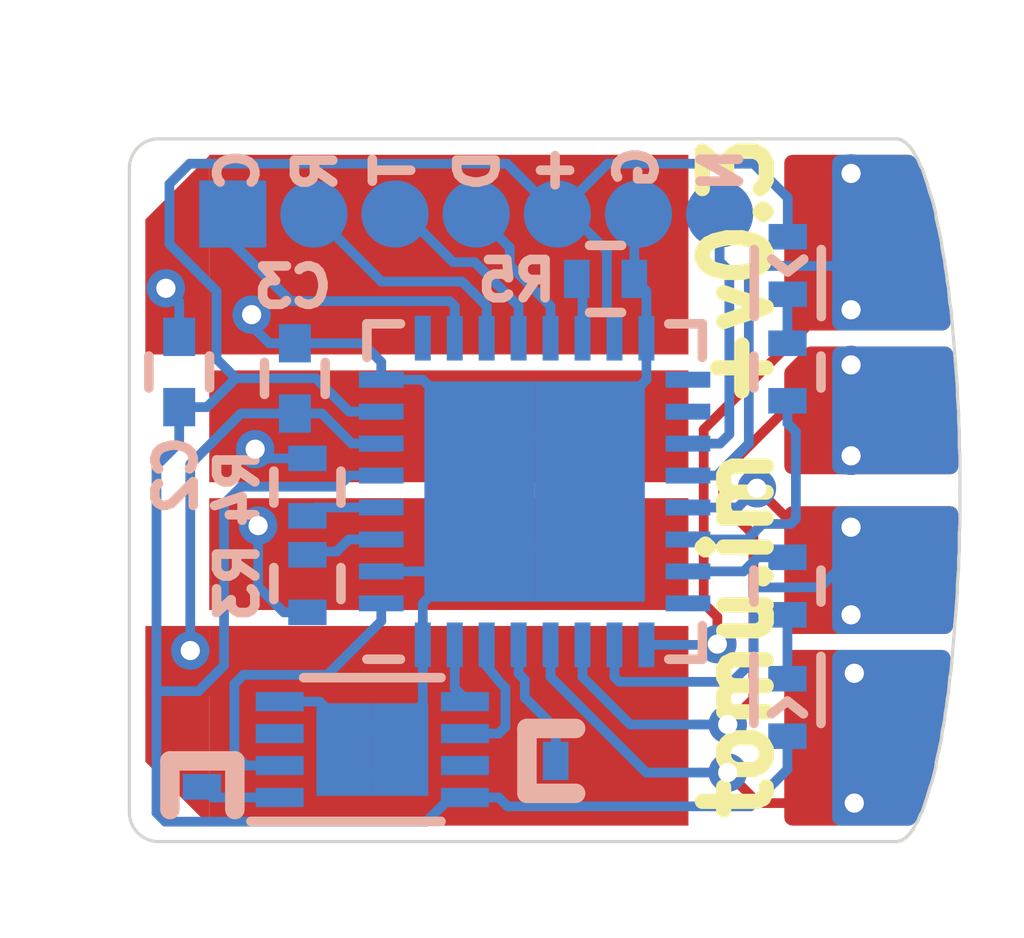
<source format=kicad_pcb>
(kicad_pcb (version 4) (host pcbnew 4.0.4+e1-6308~48~ubuntu14.04.1-stable)

  (general
    (links 55)
    (no_connects 0)
    (area 9.247287 15.822599 139.107141 45.2)
    (thickness 1.6)
    (drawings 179)
    (tracks 262)
    (zones 0)
    (modules 16)
    (nets 33)
  )

  (page User 200 150.012)
  (title_block
    (title "Tomu, I'm")
    (date $Id$)
    (company "Tim 'mithro' Ansell <mithro@mithis.com>")
    (comment 1 "License: CC-BY-SA 4.0 or TAPR")
    (comment 2 http://tomu.im)
    (comment 3 https://github.com/mithro/tomu)
  )

  (layers
    (0 F.Cu signal)
    (31 B.Cu signal)
    (32 B.Adhes user hide)
    (33 F.Adhes user hide)
    (34 B.Paste user hide)
    (35 F.Paste user hide)
    (36 B.SilkS user)
    (37 F.SilkS user)
    (38 B.Mask user)
    (39 F.Mask user)
    (40 Dwgs.User user hide)
    (41 Cmts.User user hide)
    (42 Eco1.User user hide)
    (43 Eco2.User user hide)
    (44 Edge.Cuts user)
    (45 Margin user hide)
    (46 B.CrtYd user hide)
    (47 F.CrtYd user hide)
    (48 B.Fab user hide)
    (49 F.Fab user hide)
  )

  (setup
    (last_trace_width 0.1524)
    (user_trace_width 0.0254)
    (user_trace_width 0.1016)
    (user_trace_width 0.127)
    (user_trace_width 0.2032)
    (user_trace_width 0.254)
    (user_trace_width 0.3048)
    (trace_clearance 0.1524)
    (zone_clearance 0)
    (zone_45_only yes)
    (trace_min 0.1524)
    (segment_width 0.1)
    (edge_width 0.15)
    (via_size 0.6)
    (via_drill 0.3)
    (via_min_size 0.4)
    (via_min_drill 0.3)
    (uvia_size 0.3)
    (uvia_drill 0.1)
    (uvias_allowed no)
    (uvia_min_size 0.2)
    (uvia_min_drill 0.1)
    (pcb_text_width 0.3)
    (pcb_text_size 1.5 1.5)
    (mod_edge_width 0.15)
    (mod_text_size 1 1)
    (mod_text_width 0.15)
    (pad_size 0.7 0.25)
    (pad_drill 0)
    (pad_to_mask_clearance 0.1)
    (solder_mask_min_width 0.1)
    (aux_axis_origin 0 0)
    (visible_elements 7FFEFF5F)
    (pcbplotparams
      (layerselection 0x010f0_80000001)
      (usegerberextensions true)
      (excludeedgelayer true)
      (linewidth 0.100000)
      (plotframeref false)
      (viasonmask false)
      (mode 1)
      (useauxorigin false)
      (hpglpennumber 1)
      (hpglpenspeed 20)
      (hpglpendiameter 15)
      (hpglpenoverlay 2)
      (psnegative false)
      (psa4output false)
      (plotreference true)
      (plotvalue true)
      (plotinvisibletext false)
      (padsonsilk false)
      (subtractmaskfromsilk false)
      (outputformat 1)
      (mirror false)
      (drillshape 0)
      (scaleselection 1)
      (outputdirectory gerber/))
  )

  (net 0 "")
  (net 1 GND)
  (net 2 +3V3)
  (net 3 /USB_5V)
  (net 4 "Net-(D1-Pad1)")
  (net 5 "Net-(D2-Pad1)")
  (net 6 /DBG_SWDIO)
  (net 7 /DBG_SWCLK)
  (net 8 /USB_D+)
  (net 9 /USB_D-)
  (net 10 /LED1)
  (net 11 /LED0)
  (net 12 /RUSB_D+)
  (net 13 /RUSB_D-)
  (net 14 /CAP0A)
  (net 15 /CAP1A)
  (net 16 /CAP0B)
  (net 17 /CAP1B)
  (net 18 /LEU0_RX)
  (net 19 /LEU0_TX)
  (net 20 "Net-(R5-Pad1)")
  (net 21 "Net-(U1-Pad9)")
  (net 22 "Net-(U1-Pad17)")
  (net 23 "Net-(U1-Pad18)")
  (net 24 "Net-(U1-Pad24)")
  (net 25 /RESET)
  (net 26 "Net-(U2-Pad3)")
  (net 27 "Net-(U2-Pad7)")
  (net 28 /ASPI_SCK)
  (net 29 /ASPI_MOSI)
  (net 30 /ASPI_MISO)
  (net 31 /ASPI_CS1)
  (net 32 /ASPI_CS2)

  (net_class Default "This is the default net class."
    (clearance 0.1524)
    (trace_width 0.1524)
    (via_dia 0.6)
    (via_drill 0.3)
    (uvia_dia 0.3)
    (uvia_drill 0.1)
    (add_net +3V3)
    (add_net /ASPI_CS1)
    (add_net /ASPI_CS2)
    (add_net /ASPI_MISO)
    (add_net /ASPI_MOSI)
    (add_net /ASPI_SCK)
    (add_net /CAP0A)
    (add_net /CAP0B)
    (add_net /CAP1A)
    (add_net /CAP1B)
    (add_net /DBG_SWCLK)
    (add_net /DBG_SWDIO)
    (add_net /LED0)
    (add_net /LED1)
    (add_net /LEU0_RX)
    (add_net /LEU0_TX)
    (add_net /RESET)
    (add_net /RUSB_D+)
    (add_net /RUSB_D-)
    (add_net /USB_5V)
    (add_net /USB_D+)
    (add_net /USB_D-)
    (add_net GND)
    (add_net "Net-(D1-Pad1)")
    (add_net "Net-(D2-Pad1)")
    (add_net "Net-(R5-Pad1)")
    (add_net "Net-(U1-Pad17)")
    (add_net "Net-(U1-Pad18)")
    (add_net "Net-(U1-Pad24)")
    (add_net "Net-(U1-Pad9)")
    (add_net "Net-(U2-Pad3)")
    (add_net "Net-(U2-Pad7)")
  )

  (module Resistors_SMD:R_0402 (layer B.Cu) (tedit 5839304B) (tstamp 58392FDD)
    (at 21.9528 30.2768)
    (descr "Resistor SMD 0402, reflow soldering, Vishay (see dcrcw.pdf)")
    (tags "resistor 0402")
    (path /58396FFD)
    (attr smd)
    (fp_text reference JP1 (at 0 1.8) (layer B.SilkS) hide
      (effects (font (size 1 1) (thickness 0.15)) (justify mirror))
    )
    (fp_text value Jumper_NO_Small (at 0 -1.8) (layer B.Fab)
      (effects (font (size 1 1) (thickness 0.15)) (justify mirror))
    )
    (fp_line (start -4.318 -2.54) (end -4.318 -1.778) (layer B.SilkS) (width 0.3048))
    (fp_line (start -3.302 -2.54) (end -4.318 -2.54) (layer B.SilkS) (width 0.3048))
    (fp_line (start -3.302 -2.54) (end -3.302 -1.778) (layer B.SilkS) (width 0.3048))
    (fp_line (start 1.27 -3.048) (end 2.032 -3.048) (layer B.SilkS) (width 0.3048))
    (fp_line (start 1.27 -2.032) (end 1.27 -3.048) (layer B.SilkS) (width 0.3048))
    (fp_line (start 1.27 -2.032) (end 2.032 -2.032) (layer B.SilkS) (width 0.3048))
    (pad 1 smd rect (at -3.8172 -2.1336 90) (size 0.4 0.6) (layers B.Cu B.Paste B.Mask)
      (net 32 /ASPI_CS2))
    (pad 2 smd rect (at 1.72 -2.54) (size 0.4 0.6) (layers B.Cu B.Paste B.Mask)
      (net 31 /ASPI_CS1))
    (model Resistors_SMD.3dshapes/R_0402.wrl
      (at (xyz 0 0 0))
      (scale (xyz 1 1 1))
      (rotate (xyz 0 0 0))
    )
  )

  (module Resistors_SMD:R_0402 (layer B.Cu) (tedit 58392E8B) (tstamp 57D49B25)
    (at 24.453 20.193)
    (descr "Resistor SMD 0402, reflow soldering, Vishay (see dcrcw.pdf)")
    (tags "resistor 0402")
    (path /57D4D30F)
    (attr smd)
    (fp_text reference R5 (at -1.3898 0.0254) (layer B.SilkS)
      (effects (font (size 0.6 0.6) (thickness 0.15)) (justify mirror))
    )
    (fp_text value 10k (at 0 -1.8) (layer B.Fab)
      (effects (font (size 1 1) (thickness 0.15)) (justify mirror))
    )
    (fp_line (start -0.95 0.65) (end 0.95 0.65) (layer B.CrtYd) (width 0.05))
    (fp_line (start -0.95 -0.65) (end 0.95 -0.65) (layer B.CrtYd) (width 0.05))
    (fp_line (start -0.95 0.65) (end -0.95 -0.65) (layer B.CrtYd) (width 0.05))
    (fp_line (start 0.95 0.65) (end 0.95 -0.65) (layer B.CrtYd) (width 0.05))
    (fp_line (start 0.25 0.525) (end -0.25 0.525) (layer B.SilkS) (width 0.15))
    (fp_line (start -0.25 -0.525) (end 0.25 -0.525) (layer B.SilkS) (width 0.15))
    (pad 1 smd rect (at -0.45 0) (size 0.4 0.6) (layers B.Cu B.Paste B.Mask)
      (net 20 "Net-(R5-Pad1)"))
    (pad 2 smd rect (at 0.45 0) (size 0.4 0.6) (layers B.Cu B.Paste B.Mask)
      (net 1 GND))
    (model Resistors_SMD.3dshapes/R_0402.wrl
      (at (xyz 0 0 0))
      (scale (xyz 1 1 1))
      (rotate (xyz 0 0 0))
    )
  )

  (module Resistors_SMD:R_0402 (layer B.Cu) (tedit 579CBFFC) (tstamp 5798C267)
    (at 27.3 25 90)
    (descr "Resistor SMD 0402, reflow soldering, Vishay (see dcrcw.pdf)")
    (tags "resistor 0402")
    (path /5798F38A)
    (attr smd)
    (fp_text reference R2 (at 0 1.8 90) (layer B.SilkS) hide
      (effects (font (size 0.6 0.6) (thickness 0.15)) (justify mirror))
    )
    (fp_text value 75 (at 0 -1.8 90) (layer B.Fab)
      (effects (font (size 1 1) (thickness 0.15)) (justify mirror))
    )
    (fp_line (start -0.95 0.65) (end 0.95 0.65) (layer B.CrtYd) (width 0.05))
    (fp_line (start -0.95 -0.65) (end 0.95 -0.65) (layer B.CrtYd) (width 0.05))
    (fp_line (start -0.95 0.65) (end -0.95 -0.65) (layer B.CrtYd) (width 0.05))
    (fp_line (start 0.95 0.65) (end 0.95 -0.65) (layer B.CrtYd) (width 0.05))
    (fp_line (start 0.25 0.525) (end -0.25 0.525) (layer B.SilkS) (width 0.15))
    (fp_line (start -0.25 -0.525) (end 0.25 -0.525) (layer B.SilkS) (width 0.15))
    (pad 1 smd rect (at -0.45 0 90) (size 0.4 0.6) (layers B.Cu B.Paste B.Mask)
      (net 5 "Net-(D2-Pad1)"))
    (pad 2 smd rect (at 0.45 0 90) (size 0.4 0.6) (layers B.Cu B.Paste B.Mask)
      (net 11 /LED0))
    (model Resistors_SMD.3dshapes/R_0402.wrl
      (at (xyz 0 0 0))
      (scale (xyz 1 1 1))
      (rotate (xyz 0 0 0))
    )
  )

  (module LEDs:LED_0402 (layer B.Cu) (tedit 579CC00C) (tstamp 5798C1BF)
    (at 27.305 19.9826 90)
    (descr "LED 0402 smd package")
    (tags "LED led 0402 SMD smd SMT smt smdled SMDLED smtled SMTLED")
    (path /5798F0D5)
    (attr smd)
    (fp_text reference D1 (at 0 1.8 90) (layer B.SilkS) hide
      (effects (font (size 1 1) (thickness 0.15)) (justify mirror))
    )
    (fp_text value LED (at 0 -1.8 90) (layer B.Fab)
      (effects (font (size 1 1) (thickness 0.15)) (justify mirror))
    )
    (fp_line (start -0.1 0) (end 0.1 -0.25) (layer B.SilkS) (width 0.15))
    (fp_line (start 0.1 0.25) (end -0.1 0) (layer B.SilkS) (width 0.15))
    (fp_line (start -0.95 0.65) (end 0.95 0.65) (layer B.CrtYd) (width 0.05))
    (fp_line (start -0.95 -0.65) (end 0.95 -0.65) (layer B.CrtYd) (width 0.05))
    (fp_line (start -0.95 0.65) (end -0.95 -0.65) (layer B.CrtYd) (width 0.05))
    (fp_line (start 0.95 0.65) (end 0.95 -0.65) (layer B.CrtYd) (width 0.05))
    (fp_line (start 0.25 0.525) (end -0.8 0.525) (layer B.SilkS) (width 0.15))
    (fp_line (start 0.25 -0.525) (end -0.8 -0.525) (layer B.SilkS) (width 0.15))
    (pad 1 smd rect (at -0.45 0 90) (size 0.4 0.6) (layers B.Cu B.Paste B.Mask)
      (net 4 "Net-(D1-Pad1)"))
    (pad 2 smd rect (at 0.45 0 90) (size 0.4 0.6) (layers B.Cu B.Paste B.Mask)
      (net 2 +3V3))
    (model LEDs.3dshapes/LED_0402.wrl
      (at (xyz 0 0 0))
      (scale (xyz 1 1 1))
      (rotate (xyz 0 0 180))
    )
  )

  (module Capacitors_SMD:C_0402 (layer B.Cu) (tedit 579C77A2) (tstamp 5798C1A5)
    (at 17.78 21.6496 90)
    (descr "Capacitor SMD 0402, reflow soldering, AVX (see smccp.pdf)")
    (tags "capacitor 0402")
    (path /5798B89B)
    (attr smd)
    (fp_text reference C2 (at -1.6168 -0.0508 90) (layer B.SilkS)
      (effects (font (size 0.6 0.6) (thickness 0.15)) (justify mirror))
    )
    (fp_text value 2.2uF (at 0 -1.7 90) (layer B.Fab)
      (effects (font (size 1 1) (thickness 0.15)) (justify mirror))
    )
    (fp_line (start -1.15 0.6) (end 1.15 0.6) (layer B.CrtYd) (width 0.05))
    (fp_line (start -1.15 -0.6) (end 1.15 -0.6) (layer B.CrtYd) (width 0.05))
    (fp_line (start -1.15 0.6) (end -1.15 -0.6) (layer B.CrtYd) (width 0.05))
    (fp_line (start 1.15 0.6) (end 1.15 -0.6) (layer B.CrtYd) (width 0.05))
    (fp_line (start 0.25 0.475) (end -0.25 0.475) (layer B.SilkS) (width 0.15))
    (fp_line (start -0.25 -0.475) (end 0.25 -0.475) (layer B.SilkS) (width 0.15))
    (pad 1 smd rect (at -0.55 0 90) (size 0.6 0.5) (layers B.Cu B.Paste B.Mask)
      (net 2 +3V3))
    (pad 2 smd rect (at 0.55 0 90) (size 0.6 0.5) (layers B.Cu B.Paste B.Mask)
      (net 1 GND))
    (model Capacitors_SMD.3dshapes/C_0402.wrl
      (at (xyz 0 0 0))
      (scale (xyz 1 1 1))
      (rotate (xyz 0 0 0))
    )
  )

  (module Capacitors_SMD:C_0402 (layer B.Cu) (tedit 58392EAC) (tstamp 5798C1B1)
    (at 19.59 21.75 90)
    (descr "Capacitor SMD 0402, reflow soldering, AVX (see smccp.pdf)")
    (tags "capacitor 0402")
    (path /5798BA32)
    (attr smd)
    (fp_text reference C3 (at 1.43 -0.032 180) (layer B.SilkS)
      (effects (font (size 0.6 0.6) (thickness 0.15)) (justify mirror))
    )
    (fp_text value 4.7uF (at 0 -1.7 90) (layer B.Fab)
      (effects (font (size 1 1) (thickness 0.15)) (justify mirror))
    )
    (fp_line (start -1.15 0.6) (end 1.15 0.6) (layer B.CrtYd) (width 0.05))
    (fp_line (start -1.15 -0.6) (end 1.15 -0.6) (layer B.CrtYd) (width 0.05))
    (fp_line (start -1.15 0.6) (end -1.15 -0.6) (layer B.CrtYd) (width 0.05))
    (fp_line (start 1.15 0.6) (end 1.15 -0.6) (layer B.CrtYd) (width 0.05))
    (fp_line (start 0.25 0.475) (end -0.25 0.475) (layer B.SilkS) (width 0.15))
    (fp_line (start -0.25 -0.475) (end 0.25 -0.475) (layer B.SilkS) (width 0.15))
    (pad 1 smd rect (at -0.55 0 90) (size 0.6 0.5) (layers B.Cu B.Paste B.Mask)
      (net 3 /USB_5V))
    (pad 2 smd rect (at 0.55 0 90) (size 0.6 0.5) (layers B.Cu B.Paste B.Mask)
      (net 1 GND))
    (model Capacitors_SMD.3dshapes/C_0402.wrl
      (at (xyz 0 0 0))
      (scale (xyz 1 1 1))
      (rotate (xyz 0 0 0))
    )
  )

  (module LEDs:LED_0402 (layer B.Cu) (tedit 579CBFF6) (tstamp 5798C1CD)
    (at 27.3 26.9 270)
    (descr "LED 0402 smd package")
    (tags "LED led 0402 SMD smd SMT smt smdled SMDLED smtled SMTLED")
    (path /5798F173)
    (attr smd)
    (fp_text reference D2 (at 0.1 1.325 360) (layer B.SilkS) hide
      (effects (font (size 0.6 0.6) (thickness 0.15)) (justify mirror))
    )
    (fp_text value LED (at 0 -1.8 270) (layer B.Fab)
      (effects (font (size 1 1) (thickness 0.15)) (justify mirror))
    )
    (fp_line (start -0.1 0) (end 0.1 -0.25) (layer B.SilkS) (width 0.15))
    (fp_line (start 0.1 0.25) (end -0.1 0) (layer B.SilkS) (width 0.15))
    (fp_line (start -0.95 0.65) (end 0.95 0.65) (layer B.CrtYd) (width 0.05))
    (fp_line (start -0.95 -0.65) (end 0.95 -0.65) (layer B.CrtYd) (width 0.05))
    (fp_line (start -0.95 0.65) (end -0.95 -0.65) (layer B.CrtYd) (width 0.05))
    (fp_line (start 0.95 0.65) (end 0.95 -0.65) (layer B.CrtYd) (width 0.05))
    (fp_line (start 0.25 0.525) (end -0.8 0.525) (layer B.SilkS) (width 0.15))
    (fp_line (start 0.25 -0.525) (end -0.8 -0.525) (layer B.SilkS) (width 0.15))
    (pad 1 smd rect (at -0.45 0 270) (size 0.4 0.6) (layers B.Cu B.Paste B.Mask)
      (net 5 "Net-(D2-Pad1)"))
    (pad 2 smd rect (at 0.45 0 270) (size 0.4 0.6) (layers B.Cu B.Paste B.Mask)
      (net 2 +3V3))
    (model LEDs.3dshapes/LED_0402.wrl
      (at (xyz 0 0 0))
      (scale (xyz 1 1 1))
      (rotate (xyz 0 0 180))
    )
  )

  (module Resistors_SMD:R_0402 (layer B.Cu) (tedit 579CC000) (tstamp 5798C25B)
    (at 27.3 21.65 90)
    (descr "Resistor SMD 0402, reflow soldering, Vishay (see dcrcw.pdf)")
    (tags "resistor 0402")
    (path /5798F3FD)
    (attr smd)
    (fp_text reference R1 (at 0 1.8 90) (layer B.SilkS) hide
      (effects (font (size 0.6 0.6) (thickness 0.15)) (justify mirror))
    )
    (fp_text value 75 (at 0 -1.8 90) (layer B.Fab)
      (effects (font (size 1 1) (thickness 0.15)) (justify mirror))
    )
    (fp_line (start -0.95 0.65) (end 0.95 0.65) (layer B.CrtYd) (width 0.05))
    (fp_line (start -0.95 -0.65) (end 0.95 -0.65) (layer B.CrtYd) (width 0.05))
    (fp_line (start -0.95 0.65) (end -0.95 -0.65) (layer B.CrtYd) (width 0.05))
    (fp_line (start 0.95 0.65) (end 0.95 -0.65) (layer B.CrtYd) (width 0.05))
    (fp_line (start 0.25 0.525) (end -0.25 0.525) (layer B.SilkS) (width 0.15))
    (fp_line (start -0.25 -0.525) (end 0.25 -0.525) (layer B.SilkS) (width 0.15))
    (pad 1 smd rect (at -0.45 0 90) (size 0.4 0.6) (layers B.Cu B.Paste B.Mask)
      (net 10 /LED1))
    (pad 2 smd rect (at 0.45 0 90) (size 0.4 0.6) (layers B.Cu B.Paste B.Mask)
      (net 4 "Net-(D1-Pad1)"))
    (model Resistors_SMD.3dshapes/R_0402.wrl
      (at (xyz 0 0 0))
      (scale (xyz 1 1 1))
      (rotate (xyz 0 0 0))
    )
  )

  (module Resistors_SMD:R_0402 (layer B.Cu) (tedit 579C76C1) (tstamp 5798C273)
    (at 19.7866 24.961 90)
    (descr "Resistor SMD 0402, reflow soldering, Vishay (see dcrcw.pdf)")
    (tags "resistor 0402")
    (path /5798C3BC)
    (attr smd)
    (fp_text reference R3 (at 0.0182 -1.0922 90) (layer B.SilkS)
      (effects (font (size 0.6 0.6) (thickness 0.15)) (justify mirror))
    )
    (fp_text value 33 (at 0 -1.8 90) (layer B.Fab)
      (effects (font (size 1 1) (thickness 0.15)) (justify mirror))
    )
    (fp_line (start -0.95 0.65) (end 0.95 0.65) (layer B.CrtYd) (width 0.05))
    (fp_line (start -0.95 -0.65) (end 0.95 -0.65) (layer B.CrtYd) (width 0.05))
    (fp_line (start -0.95 0.65) (end -0.95 -0.65) (layer B.CrtYd) (width 0.05))
    (fp_line (start 0.95 0.65) (end 0.95 -0.65) (layer B.CrtYd) (width 0.05))
    (fp_line (start 0.25 0.525) (end -0.25 0.525) (layer B.SilkS) (width 0.15))
    (fp_line (start -0.25 -0.525) (end 0.25 -0.525) (layer B.SilkS) (width 0.15))
    (pad 1 smd rect (at -0.45 0 90) (size 0.4 0.6) (layers B.Cu B.Paste B.Mask)
      (net 9 /USB_D-))
    (pad 2 smd rect (at 0.45 0 90) (size 0.4 0.6) (layers B.Cu B.Paste B.Mask)
      (net 13 /RUSB_D-))
    (model Resistors_SMD.3dshapes/R_0402.wrl
      (at (xyz 0 0 0))
      (scale (xyz 1 1 1))
      (rotate (xyz 0 0 0))
    )
  )

  (module Resistors_SMD:R_0402 (layer B.Cu) (tedit 58392E87) (tstamp 5798C27F)
    (at 19.7866 23.4514 270)
    (descr "Resistor SMD 0402, reflow soldering, Vishay (see dcrcw.pdf)")
    (tags "resistor 0402")
    (path /5798C529)
    (attr smd)
    (fp_text reference R4 (at 0.0182 1.0922 270) (layer B.SilkS)
      (effects (font (size 0.6 0.6) (thickness 0.15)) (justify mirror))
    )
    (fp_text value 33 (at 0 -1.8 270) (layer B.Fab)
      (effects (font (size 1 1) (thickness 0.15)) (justify mirror))
    )
    (fp_line (start -0.95 0.65) (end 0.95 0.65) (layer B.CrtYd) (width 0.05))
    (fp_line (start -0.95 -0.65) (end 0.95 -0.65) (layer B.CrtYd) (width 0.05))
    (fp_line (start -0.95 0.65) (end -0.95 -0.65) (layer B.CrtYd) (width 0.05))
    (fp_line (start 0.95 0.65) (end 0.95 -0.65) (layer B.CrtYd) (width 0.05))
    (fp_line (start 0.25 0.525) (end -0.25 0.525) (layer B.SilkS) (width 0.15))
    (fp_line (start -0.25 -0.525) (end 0.25 -0.525) (layer B.SilkS) (width 0.15))
    (pad 1 smd rect (at -0.45 0 270) (size 0.4 0.6) (layers B.Cu B.Paste B.Mask)
      (net 8 /USB_D+))
    (pad 2 smd rect (at 0.45 0 270) (size 0.4 0.6) (layers B.Cu B.Paste B.Mask)
      (net 12 /RUSB_D+))
    (model Resistors_SMD.3dshapes/R_0402.wrl
      (at (xyz 0 0 0))
      (scale (xyz 1 1 1))
      (rotate (xyz 0 0 0))
    )
  )

  (module usb-pcb:USB-PCB (layer F.Cu) (tedit 579DB13B) (tstamp 5798C24F)
    (at 17 29)
    (path /5798BECB)
    (fp_text reference P3 (at 2 2.5) (layer Cmts.User)
      (effects (font (size 1 1) (thickness 0.15)))
    )
    (fp_text value USB-PCB (at 3.5 1) (layer F.Fab)
      (effects (font (size 1 1) (thickness 0.15)))
    )
    (fp_text user + (at 9.46 -6.43 90) (layer Dwgs.User)
      (effects (font (size 1 1) (thickness 0.15)))
    )
    (fp_text user 5V (at 9.5 -1.925 90) (layer Dwgs.User)
      (effects (font (size 1 1) (thickness 0.15)))
    )
    (fp_line (start 0 -11) (end 0 -13) (layer Cmts.User) (width 0.05))
    (fp_line (start 0 -12) (end 0.5 -11.5) (layer Cmts.User) (width 0.05))
    (fp_line (start 0 -12) (end 0.5 -12.5) (layer Cmts.User) (width 0.05))
    (fp_line (start 12 -12) (end 0 -12) (layer Cmts.User) (width 0.05))
    (fp_line (start 11.5 -11.5) (end 12 -12) (layer Cmts.User) (width 0.05))
    (fp_line (start 12 -12) (end 11.5 -11.5) (layer Cmts.User) (width 0.05))
    (fp_line (start 11.5 -12.5) (end 12 -12) (layer Cmts.User) (width 0.05))
    (fp_line (start 12 -12) (end 11.5 -12.5) (layer Cmts.User) (width 0.05))
    (fp_line (start 12 -11) (end 12 -13) (layer Cmts.User) (width 0.05))
    (fp_text user 12.00mm (at 6 -12.5) (layer Cmts.User)
      (effects (font (size 1 1) (thickness 0.05)))
    )
    (fp_line (start 12 0) (end 12 -11) (layer Dwgs.User) (width 0.05))
    (fp_line (start 12 -11) (end 0 -11) (layer Dwgs.User) (width 0.05))
    (fp_line (start 12 0) (end 0 0) (layer Dwgs.User) (width 0.05))
    (fp_line (start 0 0) (end 0 -11) (layer Dwgs.User) (width 0.05))
    (fp_line (start 13.5 0) (end 13.5 -11) (layer Cmts.User) (width 0.05))
    (fp_line (start 12 -11) (end 14 -11) (layer Cmts.User) (width 0.05))
    (fp_line (start 13.5 -11) (end 13 -10.5) (layer Cmts.User) (width 0.05))
    (fp_line (start 13.5 -11) (end 14 -10.5) (layer Cmts.User) (width 0.05))
    (fp_line (start 12 0) (end 14 0) (layer Cmts.User) (width 0.05))
    (fp_text user 11.00mm (at 13 -5 90) (layer Cmts.User)
      (effects (font (size 1 1) (thickness 0.05)))
    )
    (fp_line (start 13.5 0) (end 14 -0.5) (layer Cmts.User) (width 0.05))
    (fp_line (start 13 -0.5) (end 13.5 0) (layer Cmts.User) (width 0.05))
    (fp_line (start 13.5 0) (end 13 -0.5) (layer Cmts.User) (width 0.05))
    (fp_line (start 14 -0.5) (end 13.5 0) (layer Cmts.User) (width 0.05))
    (fp_line (start -1 -7.5) (end -0.5 -8) (layer Cmts.User) (width 0.05))
    (fp_line (start -1 -11) (end -1 -7.5) (layer Cmts.User) (width 0.05))
    (fp_line (start -1 -11) (end -0.5 -10.5) (layer Cmts.User) (width 0.05))
    (fp_line (start -1.5 -10.5) (end -1 -11) (layer Cmts.User) (width 0.05))
    (fp_line (start -0.5 -10.5) (end -1 -11) (layer Cmts.User) (width 0.05))
    (fp_line (start -1 -11) (end -1.5 -10.5) (layer Cmts.User) (width 0.05))
    (fp_line (start -1 -7.5) (end -1.5 -8) (layer Cmts.User) (width 0.05))
    (fp_line (start 0 -11) (end -2 -11) (layer Cmts.User) (width 0.05))
    (fp_line (start 0 -7.5) (end -2 -7.5) (layer Cmts.User) (width 0.05))
    (fp_line (start -1 0) (end -0.5 -0.5) (layer Cmts.User) (width 0.05))
    (fp_text user 3.50mm (at -1.5 -2 90) (layer Cmts.User)
      (effects (font (size 0.25 0.14) (thickness 0.035)))
    )
    (fp_line (start -1 -3.5) (end -1 0) (layer Cmts.User) (width 0.05))
    (fp_line (start -1 0) (end -1.5 -0.5) (layer Cmts.User) (width 0.05))
    (fp_line (start -1 -3.5) (end -1.5 -3) (layer Cmts.User) (width 0.05))
    (fp_line (start -1.5 -3) (end -1 -3.5) (layer Cmts.User) (width 0.05))
    (fp_line (start -1 -3.5) (end -0.5 -3) (layer Cmts.User) (width 0.05))
    (fp_line (start -0.5 -3) (end -1 -3.5) (layer Cmts.User) (width 0.05))
    (fp_line (start 0 -3.5) (end -2 -3.5) (layer Cmts.User) (width 0.05))
    (fp_line (start 0 0) (end -2 0) (layer Cmts.User) (width 0.05))
    (fp_line (start -0.5 -5) (end -1 -5.5) (layer Cmts.User) (width 0.05))
    (fp_line (start -1 -5.5) (end -1.5 -5) (layer Cmts.User) (width 0.05))
    (fp_line (start -1.5 -5) (end -1 -5.5) (layer Cmts.User) (width 0.05))
    (fp_line (start -1 -5.5) (end -0.5 -5) (layer Cmts.User) (width 0.05))
    (fp_line (start 0 -5.5) (end -2 -5.5) (layer Cmts.User) (width 0.05))
    (fp_line (start -1 -5.5) (end -1 -3.5) (layer Cmts.User) (width 0.05))
    (fp_line (start -1 -3.5) (end -1.5 -4) (layer Cmts.User) (width 0.05))
    (fp_line (start -1 -3.5) (end -0.5 -4) (layer Cmts.User) (width 0.05))
    (fp_text user 2.00mm (at -1.5 -4.5 90) (layer Cmts.User)
      (effects (font (size 0.25 0.15) (thickness 0.0375)))
    )
    (fp_text user 2.00mm (at -1.5 -6.5 90) (layer Cmts.User)
      (effects (font (size 0.25 0.15) (thickness 0.0375)))
    )
    (fp_line (start -0.5 -7) (end -1 -7.5) (layer Cmts.User) (width 0.05))
    (fp_line (start -1 -7.5) (end -1.5 -7) (layer Cmts.User) (width 0.05))
    (fp_line (start -1 -7.5) (end -0.5 -7) (layer Cmts.User) (width 0.05))
    (fp_line (start -1.5 -7) (end -1 -7.5) (layer Cmts.User) (width 0.05))
    (fp_line (start -1 -7.5) (end -1 -5.5) (layer Cmts.User) (width 0.05))
    (fp_line (start -1 -5.5) (end -1.5 -6) (layer Cmts.User) (width 0.05))
    (fp_line (start -1 -5.5) (end -0.5 -6) (layer Cmts.User) (width 0.05))
    (fp_text user 3.50mm (at -1.5 -9.5 90) (layer Cmts.User)
      (effects (font (size 0.25 0.14) (thickness 0.035)))
    )
    (fp_poly (pts (xy 0 0) (xy 12 0) (xy 12 -0.25) (xy 0.25 -0.25)
      (xy 0.25 -10.75) (xy 12 -10.75) (xy 12 -11) (xy 0 -11)
      (xy 0 0)) (layer Dwgs.User) (width 0.01))
    (fp_poly (pts (xy 1.5 -3.75) (xy 8.5 -3.75) (xy 8.5 -5.25) (xy 1.5 -5.25)
      (xy 1.5 -3.75)) (layer F.Mask) (width 0.01))
    (fp_poly (pts (xy 8.5 -3.25) (xy 1.5 -3.25) (xy 0.75 -2.5) (xy 0.75 -1.5)
      (xy 1.5 -0.75) (xy 8.5 -0.75) (xy 8.5 -3.25)) (layer F.Mask) (width 0.01))
    (fp_poly (pts (xy 1.5 -5.75) (xy 8.5 -5.75) (xy 8.5 -7.25) (xy 1.5 -7.25)
      (xy 1.5 -5.75)) (layer F.Mask) (width 0.01))
    (fp_poly (pts (xy 8.5 -10.25) (xy 8.5 -7.75) (xy 1.5 -7.75) (xy 0.75 -8.5)
      (xy 0.75 -9.5) (xy 1.5 -10.25) (xy 8.5 -10.25)) (layer F.Mask) (width 0.01))
    (fp_text user - (at 9.44 -4.54 90) (layer Dwgs.User)
      (effects (font (size 1 1) (thickness 0.15)))
    )
    (fp_text user GND (at 9.5 -9.125 90) (layer Dwgs.User)
      (effects (font (size 1 1) (thickness 0.15)))
    )
    (pad 1 connect rect (at 5 -1.8125) (size 7.5 3.125) (layers F.Cu)
      (net 3 /USB_5V) (zone_connect 2))
    (pad 4 connect rect (at 5 -9.1875) (size 7.5 3.125) (layers F.Cu)
      (net 1 GND) (zone_connect 2))
    (pad 2 connect rect (at 5 -4.5) (size 7.5 1.75) (layers F.Cu)
      (net 9 /USB_D-) (zone_connect 2))
    (pad 3 connect rect (at 5 -6.5) (size 7.5 1.75) (layers F.Cu)
      (net 8 /USB_D+) (zone_connect 2))
    (pad 1 connect trapezoid (at 0.75 -1.8125 180) (size 1 2.125) (rect_delta 1 0 ) (layers F.Cu)
      (net 3 /USB_5V) (zone_connect 2))
    (pad 4 connect trapezoid (at 0.75 -9.175 180) (size 1 2.125) (rect_delta 1 0 ) (layers F.Cu)
      (net 1 GND) (zone_connect 2))
    (pad 1 connect rect (at 0.75 -2.875 180) (size 1 1) (layers F.Cu)
      (net 3 /USB_5V))
    (pad 4 connect rect (at 0.75 -8.125 180) (size 1 1) (layers F.Cu)
      (net 1 GND))
  )

  (module Housings_DFN_QFN:QFN-32-1EP_5x5mm_Pitch0.5mm (layer B.Cu) (tedit 5839361E) (tstamp 57D49B26)
    (at 23.3426 23.5204)
    (descr "UH Package; 32-Lead Plastic QFN (5mm x 5mm); (see Linear Technology QFN_32_05-08-1693.pdf)")
    (tags "QFN 0.5")
    (path /5798B6D7)
    (attr smd)
    (fp_text reference U1 (at 0 3.75) (layer B.SilkS) hide
      (effects (font (size 1 1) (thickness 0.15)) (justify mirror))
    )
    (fp_text value MKL27Z256VFM4 (at 0 -3.75) (layer B.Fab)
      (effects (font (size 1 1) (thickness 0.15)) (justify mirror))
    )
    (fp_line (start -3 3) (end -3 -3) (layer B.CrtYd) (width 0.05))
    (fp_line (start 3 3) (end 3 -3) (layer B.CrtYd) (width 0.05))
    (fp_line (start -3 3) (end 3 3) (layer B.CrtYd) (width 0.05))
    (fp_line (start -3 -3) (end 3 -3) (layer B.CrtYd) (width 0.05))
    (fp_line (start 2.625 2.625) (end 2.625 2.1) (layer B.SilkS) (width 0.15))
    (fp_line (start -2.625 -2.625) (end -2.625 -2.1) (layer B.SilkS) (width 0.15))
    (fp_line (start 2.625 -2.625) (end 2.625 -2.1) (layer B.SilkS) (width 0.15))
    (fp_line (start -2.625 2.625) (end -2.1 2.625) (layer B.SilkS) (width 0.15))
    (fp_line (start -2.625 -2.625) (end -2.1 -2.625) (layer B.SilkS) (width 0.15))
    (fp_line (start 2.625 -2.625) (end 2.1 -2.625) (layer B.SilkS) (width 0.15))
    (fp_line (start 2.625 2.625) (end 2.1 2.625) (layer B.SilkS) (width 0.15))
    (pad 1 smd rect (at -2.4 1.75) (size 0.7 0.25) (layers B.Cu B.Paste B.Mask)
      (net 30 /ASPI_MISO))
    (pad 2 smd rect (at -2.4 1.25) (size 0.7 0.25) (layers B.Cu B.Paste B.Mask)
      (net 1 GND))
    (pad 3 smd rect (at -2.4 0.75) (size 0.7 0.25) (layers B.Cu B.Paste B.Mask)
      (net 13 /RUSB_D-))
    (pad 4 smd rect (at -2.4 0.25) (size 0.7 0.25) (layers B.Cu B.Paste B.Mask)
      (net 12 /RUSB_D+))
    (pad 5 smd rect (at -2.4 -0.25) (size 0.7 0.25) (layers B.Cu B.Paste B.Mask)
      (net 2 +3V3))
    (pad 6 smd rect (at -2.4 -0.75) (size 0.7 0.25) (layers B.Cu B.Paste B.Mask)
      (net 3 /USB_5V))
    (pad 7 smd rect (at -2.4 -1.25) (size 0.7 0.25) (layers B.Cu B.Paste B.Mask)
      (net 2 +3V3))
    (pad 8 smd rect (at -2.4 -1.75) (size 0.7 0.25) (layers B.Cu B.Paste B.Mask)
      (net 1 GND))
    (pad 9 smd rect (at -1.75 -2.4 270) (size 0.7 0.25) (layers B.Cu B.Paste B.Mask)
      (net 21 "Net-(U1-Pad9)"))
    (pad 10 smd rect (at -1.25 -2.4 270) (size 0.7 0.25) (layers B.Cu B.Paste B.Mask)
      (net 7 /DBG_SWCLK))
    (pad 11 smd rect (at -0.75 -2.4 270) (size 0.7 0.25) (layers B.Cu B.Paste B.Mask)
      (net 18 /LEU0_RX))
    (pad 12 smd rect (at -0.25 -2.4 270) (size 0.7 0.25) (layers B.Cu B.Paste B.Mask)
      (net 19 /LEU0_TX))
    (pad 13 smd rect (at 0.25 -2.4 270) (size 0.7 0.25) (layers B.Cu B.Paste B.Mask)
      (net 6 /DBG_SWDIO))
    (pad 14 smd rect (at 0.75 -2.4 270) (size 0.7 0.25) (layers B.Cu B.Paste B.Mask)
      (net 20 "Net-(R5-Pad1)"))
    (pad 15 smd rect (at 1.25 -2.4 270) (size 0.7 0.25) (layers B.Cu B.Paste B.Mask)
      (net 2 +3V3))
    (pad 16 smd rect (at 1.75 -2.4 270) (size 0.7 0.25) (layers B.Cu B.Paste B.Mask)
      (net 1 GND))
    (pad 17 smd rect (at 2.4 -1.75) (size 0.7 0.25) (layers B.Cu B.Paste B.Mask)
      (net 22 "Net-(U1-Pad17)"))
    (pad 18 smd rect (at 2.4 -1.25) (size 0.7 0.25) (layers B.Cu B.Paste B.Mask)
      (net 23 "Net-(U1-Pad18)"))
    (pad 19 smd rect (at 2.4 -0.75) (size 0.7 0.25) (layers B.Cu B.Paste B.Mask)
      (net 25 /RESET))
    (pad 20 smd rect (at 2.4 -0.25) (size 0.7 0.25) (layers B.Cu B.Paste B.Mask)
      (net 14 /CAP0A))
    (pad 21 smd rect (at 2.4 0.25) (size 0.7 0.25) (layers B.Cu B.Paste B.Mask)
      (net 15 /CAP1A))
    (pad 22 smd rect (at 2.4 0.75) (size 0.7 0.25) (layers B.Cu B.Paste B.Mask)
      (net 10 /LED1))
    (pad 23 smd rect (at 2.4 1.25) (size 0.7 0.25) (layers B.Cu B.Paste B.Mask)
      (net 11 /LED0))
    (pad 24 smd rect (at 2.4 1.75) (size 0.7 0.25) (layers B.Cu B.Paste B.Mask)
      (net 24 "Net-(U1-Pad24)"))
    (pad 25 smd rect (at 1.75 2.4 270) (size 0.7 0.25) (layers B.Cu B.Paste B.Mask)
      (net 14 /CAP0A))
    (pad 26 smd rect (at 1.25 2.4 270) (size 0.7 0.25) (layers B.Cu B.Paste B.Mask)
      (net 15 /CAP1A))
    (pad 27 smd rect (at 0.75 2.4 270) (size 0.7 0.25) (layers B.Cu B.Paste B.Mask)
      (net 16 /CAP0B))
    (pad 28 smd rect (at 0.25 2.4 270) (size 0.7 0.25) (layers B.Cu B.Paste B.Mask)
      (net 17 /CAP1B))
    (pad 29 smd rect (at -0.25 2.4 270) (size 0.7 0.25) (layers B.Cu B.Paste B.Mask)
      (net 31 /ASPI_CS1))
    (pad 30 smd rect (at -0.75 2.4 270) (size 0.7 0.25) (layers B.Cu B.Paste B.Mask)
      (net 28 /ASPI_SCK))
    (pad 31 smd rect (at -1.25 2.4 270) (size 0.7 0.25) (layers B.Cu B.Paste B.Mask)
      (net 29 /ASPI_MOSI))
    (pad 32 smd rect (at -1.75 2.4 270) (size 0.7 0.25) (layers B.Cu B.Paste)
      (net 1 GND))
    (pad 33 smd rect (at 0.8625 -0.8625) (size 1.725 1.725) (layers B.Cu B.Paste B.Mask)
      (net 1 GND) (solder_paste_margin_ratio -0.2))
    (pad 33 smd rect (at 0.8625 0.8625) (size 1.725 1.725) (layers B.Cu B.Paste B.Mask)
      (net 1 GND) (solder_paste_margin_ratio -0.2))
    (pad 33 smd rect (at -0.8625 -0.8625) (size 1.725 1.725) (layers B.Cu B.Paste B.Mask)
      (net 1 GND) (solder_paste_margin_ratio -0.2))
    (pad 33 smd rect (at -0.8625 0.8625) (size 1.725 1.725) (layers B.Cu B.Paste B.Mask)
      (net 1 GND) (solder_paste_margin_ratio -0.2))
    (model Housings_DFN_QFN.3dshapes/QFN-32-1EP_5x5mm_Pitch0.5mm.wrl
      (at (xyz 0 0 0))
      (scale (xyz 1 1 1))
      (rotate (xyz 0 0 0))
    )
  )

  (module usb-pcb:debug-points-127mm (layer B.Cu) (tedit 58392CA6) (tstamp 58379BBD)
    (at 18.6182 19.177 270)
    (descr "Through hole pin header, pitch 1.27mm")
    (tags "pin header")
    (path /5837D54F)
    (fp_text reference P1 (at 0.55 1.7 270) (layer B.SilkS) hide
      (effects (font (size 1 1) (thickness 0.15)) (justify mirror))
    )
    (fp_text value DEBUG (at 3.81 -3.81 540) (layer B.Fab)
      (effects (font (size 1 1) (thickness 0.15)) (justify mirror))
    )
    (pad 7 smd circle (at 0 -7.62 270) (size 1.05 1.05) (layers B.Cu B.Paste B.Mask)
      (net 25 /RESET) (solder_mask_margin -0.1524))
    (pad 6 smd circle (at 0 -6.35 270) (size 1.05 1.05) (layers B.Cu B.Paste B.Mask)
      (net 1 GND) (solder_mask_margin -0.1524))
    (pad 1 smd rect (at 0 0 270) (size 1.05 1.05) (layers B.Cu B.Paste B.Mask)
      (net 7 /DBG_SWCLK) (solder_mask_margin -0.1524))
    (pad 2 smd circle (at 0 -1.27 270) (size 1.05 1.05) (layers B.Cu B.Paste B.Mask)
      (net 18 /LEU0_RX) (solder_mask_margin -0.1524))
    (pad 3 smd circle (at 0 -2.54 270) (size 1.05 1.05) (layers B.Cu B.Paste B.Mask)
      (net 19 /LEU0_TX) (solder_mask_margin -0.1524))
    (pad 4 smd circle (at 0 -3.81 270) (size 1.05 1.05) (layers B.Cu B.Paste B.Mask)
      (net 6 /DBG_SWDIO) (solder_mask_margin -0.1524))
    (pad 5 smd circle (at 0 -5.08 270) (size 1.05 1.05) (layers B.Cu B.Paste B.Mask)
      (net 2 +3V3) (solder_mask_margin -0.1524))
  )

  (module Housings_DFN_QFN:DFN-8-1EP_3x2mm_Pitch0.5mm (layer B.Cu) (tedit 58392C99) (tstamp 5837A638)
    (at 20.8026 27.559)
    (descr "8-Lead Plastic Dual Flat, No Lead Package (MC) - 2x3x0.9 mm Body [DFN] (see Microchip Packaging Specification 00000049BS.pdf)")
    (tags "DFN 0.5")
    (path /583917F0)
    (attr smd)
    (fp_text reference U2 (at 0 2.05) (layer B.SilkS) hide
      (effects (font (size 1 1) (thickness 0.15)) (justify mirror))
    )
    (fp_text value ateccXXXa (at 0 -2.05) (layer B.Fab)
      (effects (font (size 1 1) (thickness 0.15)) (justify mirror))
    )
    (fp_line (start -0.5 1) (end 1.5 1) (layer B.Fab) (width 0.15))
    (fp_line (start 1.5 1) (end 1.5 -1) (layer B.Fab) (width 0.15))
    (fp_line (start 1.5 -1) (end -1.5 -1) (layer B.Fab) (width 0.15))
    (fp_line (start -1.5 -1) (end -1.5 0) (layer B.Fab) (width 0.15))
    (fp_line (start -1.5 0) (end -0.5 1) (layer B.Fab) (width 0.15))
    (fp_line (start -2.1 1.3) (end -2.1 -1.3) (layer B.CrtYd) (width 0.05))
    (fp_line (start 2.1 1.3) (end 2.1 -1.3) (layer B.CrtYd) (width 0.05))
    (fp_line (start -2.1 1.3) (end 2.1 1.3) (layer B.CrtYd) (width 0.05))
    (fp_line (start -2.1 -1.3) (end 2.1 -1.3) (layer B.CrtYd) (width 0.05))
    (fp_line (start -1.075 -1.125) (end 1.075 -1.125) (layer B.SilkS) (width 0.15))
    (fp_line (start -1.9 1.125) (end 1.075 1.125) (layer B.SilkS) (width 0.15))
    (pad 1 smd rect (at -1.45 0.75) (size 0.75 0.3) (layers B.Cu B.Paste B.Mask)
      (net 32 /ASPI_CS2))
    (pad 2 smd rect (at -1.45 0.25) (size 0.75 0.3) (layers B.Cu B.Paste B.Mask)
      (net 30 /ASPI_MISO))
    (pad 3 smd rect (at -1.45 -0.25) (size 0.75 0.3) (layers B.Cu B.Paste B.Mask)
      (net 26 "Net-(U2-Pad3)"))
    (pad 4 smd rect (at -1.45 -0.75) (size 0.75 0.3) (layers B.Cu B.Paste B.Mask)
      (net 1 GND))
    (pad 5 smd rect (at 1.45 -0.75) (size 0.75 0.3) (layers B.Cu B.Paste B.Mask)
      (net 29 /ASPI_MOSI))
    (pad 6 smd rect (at 1.45 -0.25) (size 0.75 0.3) (layers B.Cu B.Paste B.Mask)
      (net 28 /ASPI_SCK))
    (pad 7 smd rect (at 1.45 0.25) (size 0.75 0.3) (layers B.Cu B.Paste B.Mask)
      (net 27 "Net-(U2-Pad7)"))
    (pad 8 smd rect (at 1.45 0.75) (size 0.75 0.3) (layers B.Cu B.Paste B.Mask)
      (net 2 +3V3))
    (pad 9 smd rect (at 0.4375 -0.3625) (size 0.875 0.725) (layers B.Cu B.Paste B.Mask)
      (net 1 GND) (solder_paste_margin_ratio -0.2))
    (pad 9 smd rect (at 0.4375 0.3625) (size 0.875 0.725) (layers B.Cu B.Paste B.Mask)
      (net 1 GND) (solder_paste_margin_ratio -0.2))
    (pad 9 smd rect (at -0.4375 -0.3625) (size 0.875 0.725) (layers B.Cu B.Paste B.Mask)
      (net 1 GND) (solder_paste_margin_ratio -0.2))
    (pad 9 smd rect (at -0.4375 0.3625) (size 0.875 0.725) (layers B.Cu B.Paste B.Mask)
      (net 1 GND) (solder_paste_margin_ratio -0.2))
    (model Housings_DFN_QFN.3dshapes/DFN-8-1EP_3x2mm_Pitch0.5mm.wrl
      (at (xyz 0 0 0))
      (scale (xyz 1 1 1))
      (rotate (xyz 0 0 0))
    )
  )

  (module usb-pcb:cap-points (layer B.Cu) (tedit 583933E9) (tstamp 57D49B52)
    (at 29.083 24.765 270)
    (descr "Connecteurs 2 pins")
    (tags "CONN DEV")
    (path /57990582)
    (attr virtual)
    (fp_text reference W2 (at 0.5334 -3.302 270) (layer B.Fab) hide
      (effects (font (size 1 1) (thickness 0.15)) (justify mirror))
    )
    (fp_text value CAP1 (at 1.27 -2 270) (layer B.Fab)
      (effects (font (size 1 1) (thickness 0.15)) (justify mirror))
    )
    (pad 1 smd rect (at 0 0 270) (size 0.254 0.254) (layers B.Cu)
      (net 15 /CAP1A))
    (pad 2 smd rect (at 2.54 0 270) (size 0.254 0.254) (layers B.Cu)
      (net 17 /CAP1B))
  )

  (module usb-pcb:cap-points (layer B.Cu) (tedit 583933E9) (tstamp 57D49B4D)
    (at 29.0068 19.5326 270)
    (descr "Connecteurs 2 pins")
    (tags "CONN DEV")
    (path /57990318)
    (attr virtual)
    (fp_text reference W1 (at 0.5334 -3.302 270) (layer B.Fab) hide
      (effects (font (size 1 1) (thickness 0.15)) (justify mirror))
    )
    (fp_text value CAP0 (at 1.27 -2 270) (layer B.Fab)
      (effects (font (size 1 1) (thickness 0.15)) (justify mirror))
    )
    (pad 1 smd rect (at 0 0 270) (size 0.254 0.254) (layers B.Cu)
      (net 14 /CAP0A))
    (pad 2 smd rect (at 2.54 0 270) (size 0.254 0.254) (layers B.Cu)
      (net 16 /CAP0B))
  )

  (gr_text "N\n" (at 26.2636 18.4912 90) (layer B.SilkS) (tstamp 58392EFF)
    (effects (font (size 0.6 0.6) (thickness 0.15)) (justify mirror))
  )
  (gr_text "G\n" (at 24.9428 18.4404 90) (layer B.SilkS) (tstamp 58392EF3)
    (effects (font (size 0.6 0.6) (thickness 0.15)) (justify mirror))
  )
  (gr_text + (at 23.622 18.4912 90) (layer B.SilkS) (tstamp 58392EE7)
    (effects (font (size 0.6 0.6) (thickness 0.15)) (justify mirror))
  )
  (gr_text D (at 22.4536 18.4912 90) (layer B.SilkS) (tstamp 58392EDC)
    (effects (font (size 0.6 0.6) (thickness 0.15)) (justify mirror))
  )
  (gr_text T (at 21.1328 18.4912 90) (layer B.SilkS) (tstamp 58392ED2)
    (effects (font (size 0.6 0.6) (thickness 0.15)) (justify mirror))
  )
  (gr_text R (at 19.9136 18.4912 90) (layer B.SilkS) (tstamp 58392EC7)
    (effects (font (size 0.6 0.6) (thickness 0.15)) (justify mirror))
  )
  (gr_text C (at 18.6944 18.4912 90) (layer B.SilkS)
    (effects (font (size 0.6 0.6) (thickness 0.15)) (justify mirror))
  )
  (dimension 4.191 (width 0.3) (layer Dwgs.User)
    (gr_text "4.191 mm" (at 21.1455 31.703) (layer Dwgs.User) (tstamp 5837A618)
      (effects (font (size 1.5 1.5) (thickness 0.3)))
    )
    (feature1 (pts (xy 23.241 28.448) (xy 23.241 33.053)))
    (feature2 (pts (xy 19.05 28.448) (xy 19.05 33.053)))
    (crossbar (pts (xy 19.05 30.353) (xy 23.241 30.353)))
    (arrow1a (pts (xy 23.241 30.353) (xy 22.114496 30.939421)))
    (arrow1b (pts (xy 23.241 30.353) (xy 22.114496 29.766579)))
    (arrow2a (pts (xy 19.05 30.353) (xy 20.176504 30.939421)))
    (arrow2b (pts (xy 19.05 30.353) (xy 20.176504 29.766579)))
  )
  (dimension 2.032 (width 0.3) (layer Dwgs.User)
    (gr_text "2.032 mm" (at 15.033 27.432 270) (layer Dwgs.User)
      (effects (font (size 1.5 1.5) (thickness 0.3)))
    )
    (feature1 (pts (xy 22.733 28.448) (xy 13.683 28.448)))
    (feature2 (pts (xy 22.733 26.416) (xy 13.683 26.416)))
    (crossbar (pts (xy 16.383 26.416) (xy 16.383 28.448)))
    (arrow1a (pts (xy 16.383 28.448) (xy 15.796579 27.321496)))
    (arrow1b (pts (xy 16.383 28.448) (xy 16.969421 27.321496)))
    (arrow2a (pts (xy 16.383 26.416) (xy 15.796579 27.542504)))
    (arrow2b (pts (xy 16.383 26.416) (xy 16.969421 27.542504)))
  )
  (gr_text "tomu.im +v0.3" (at 26.5176 28.7528 90) (layer F.SilkS)
    (effects (font (size 1 0.95) (thickness 0.2375)) (justify left))
  )
  (gr_line (start 21.44 23.99) (end 21.12 23.99) (layer Dwgs.User) (width 0.1016) (tstamp 579C9EFC))
  (gr_line (start 21.44 24.1) (end 21.12 24.1) (layer Dwgs.User) (width 0.1016) (tstamp 579C9EFB))
  (gr_line (start 21.44 24.21) (end 21.12 24.21) (layer Dwgs.User) (width 0.1016) (tstamp 579C9EFA))
  (gr_line (start 21 23.97) (end 20.68 23.97) (layer Dwgs.User) (width 0.127) (tstamp 579C9E93))
  (gr_line (start 21 24.1) (end 20.68 24.1) (layer Dwgs.User) (width 0.127) (tstamp 579C9E92))
  (gr_line (start 21 24.23) (end 20.68 24.23) (layer Dwgs.User) (width 0.127) (tstamp 579C9E91))
  (gr_line (start 21.25 23.45) (end 21.49 23.45) (layer Dwgs.User) (width 0.127) (tstamp 579C9E37))
  (gr_line (start 21.12 23.45) (end 20.8 23.45) (layer Dwgs.User) (width 0.1016) (tstamp 579C9DF4))
  (gr_line (start 21.8 22.36) (end 21.8 22.04) (layer Dwgs.User) (width 0.1016) (tstamp 579C9D3A))
  (gr_line (start 21.69 22.67) (end 21.69 22.35) (layer Dwgs.User) (width 0.127) (tstamp 579C9D34))
  (gr_line (start 21.91 22.67) (end 21.91 22.35) (layer Dwgs.User) (width 0.127) (tstamp 579C9D2C))
  (gr_line (start 21.92 23.2) (end 21.92 22.88) (layer Dwgs.User) (width 0.1016) (tstamp 579C9B17))
  (gr_line (start 21.8 23.19) (end 21.8 22.87) (layer Dwgs.User) (width 0.127) (tstamp 579C9B16))
  (gr_line (start 21.68 23.2) (end 21.68 22.88) (layer Dwgs.User) (width 0.1016) (tstamp 579C9B15))
  (gr_line (start 21.92 23.77) (end 21.92 23.45) (layer Dwgs.User) (width 0.1016) (tstamp 579C9A65))
  (gr_line (start 21.81 23.77) (end 21.81 23.45) (layer Dwgs.User) (width 0.1016) (tstamp 579C9A64))
  (gr_line (start 21.7 23.77) (end 21.7 23.45) (layer Dwgs.User) (width 0.1016) (tstamp 579C9A63))
  (gr_line (start 21.78 24.26) (end 21.78 23.94) (layer Dwgs.User) (width 0.127) (tstamp 579C9747))
  (gr_line (start 21.65 24.26) (end 21.65 23.94) (layer Dwgs.User) (width 0.127) (tstamp 579C9733))
  (gr_line (start 21.91 24.26) (end 21.91 23.94) (layer Dwgs.User) (width 0.127))
  (gr_arc (start 17.46 18.46) (end 17 18.47) (angle 90) (layer Edge.Cuts) (width 0.05) (tstamp 579B7A2A))
  (gr_arc (start 17.46 28.54) (end 17.47 29) (angle 90) (layer Edge.Cuts) (width 0.05))
  (gr_line (start 17 18.48) (end 17 28.53) (layer Edge.Cuts) (width 0.05))
  (gr_line (start 29 18) (end 17.46 18) (layer Edge.Cuts) (width 0.05))
  (gr_line (start 17.46 29) (end 29 29) (layer Edge.Cuts) (width 0.05))
  (gr_arc (start 43.5 23.5) (end 43.5 18) (angle 180) (layer Dwgs.User) (width 0.1))
  (gr_text "UFQFPN32\n - STM32F042x4 \n - STM32L442KC\n\n24-QFN\n- Silicon Labs \n  - EFM32HG308\n  - EFM32HG350\n\n- NXP - MKL27Z32Vxx4" (at 110.75 32.375) (layer Dwgs.User)
    (effects (font (size 1.5 1.5) (thickness 0.3)) (justify left))
  )
  (gr_line (start 55.45 24) (end 55.45 25.5) (layer Dwgs.User) (width 0.1) (tstamp 579848B2))
  (gr_line (start 55.45 25.5) (end 52.45 25.5) (layer Dwgs.User) (width 0.1) (tstamp 579848B1))
  (gr_line (start 52.45 25.5) (end 52.45 24) (layer Dwgs.User) (width 0.1) (tstamp 579848B0))
  (gr_line (start 52.45 24) (end 55.45 24) (layer Dwgs.User) (width 0.1) (tstamp 579848AF))
  (gr_line (start 55.45 26) (end 55.45 28) (layer Dwgs.User) (width 0.1) (tstamp 57984879))
  (gr_line (start 55.45 28) (end 52.45 28) (layer Dwgs.User) (width 0.1) (tstamp 57984878))
  (gr_line (start 52.45 28) (end 52.45 26) (layer Dwgs.User) (width 0.1) (tstamp 57984877))
  (gr_line (start 52.45 26) (end 55.45 26) (layer Dwgs.User) (width 0.1) (tstamp 57984876))
  (gr_line (start 18 28.025) (end 29 28.025) (layer Dwgs.User) (width 0.1))
  (gr_line (start 18 19.025) (end 18 28.025) (layer Dwgs.User) (width 0.1))
  (gr_line (start 29 19.025) (end 18 19.025) (layer Dwgs.User) (width 0.1))
  (gr_line (start 43.5 18) (end 43.5 29) (layer Dwgs.User) (width 0.1))
  (gr_line (start 17 29) (end 29 29) (layer Dwgs.User) (width 0.0254))
  (gr_line (start 17 18) (end 17 29) (layer Dwgs.User) (width 0.0254))
  (gr_line (start 30 23.5) (end 30 23.37) (layer Edge.Cuts) (width 0.05))
  (gr_line (start 30 23.37) (end 30 23.23) (layer Edge.Cuts) (width 0.05))
  (gr_line (start 30 23.23) (end 30 23.1) (layer Edge.Cuts) (width 0.05))
  (gr_line (start 30 23.1) (end 30 22.96) (layer Edge.Cuts) (width 0.05))
  (gr_line (start 30 22.96) (end 29.99 22.83) (layer Edge.Cuts) (width 0.05))
  (gr_line (start 29.99 22.83) (end 29.99 22.69) (layer Edge.Cuts) (width 0.05))
  (gr_line (start 29.99 22.69) (end 29.99 22.56) (layer Edge.Cuts) (width 0.05))
  (gr_line (start 29.99 22.56) (end 29.98 22.43) (layer Edge.Cuts) (width 0.05))
  (gr_line (start 29.98 22.43) (end 29.98 22.29) (layer Edge.Cuts) (width 0.05))
  (gr_line (start 29.98 22.29) (end 29.97 22.16) (layer Edge.Cuts) (width 0.05))
  (gr_line (start 29.97 22.16) (end 29.96 22.03) (layer Edge.Cuts) (width 0.05))
  (gr_line (start 29.96 22.03) (end 29.96 21.9) (layer Edge.Cuts) (width 0.05))
  (gr_line (start 29.96 21.9) (end 29.95 21.77) (layer Edge.Cuts) (width 0.05))
  (gr_line (start 29.95 21.77) (end 29.94 21.65) (layer Edge.Cuts) (width 0.05))
  (gr_line (start 29.94 21.65) (end 29.93 21.52) (layer Edge.Cuts) (width 0.05))
  (gr_line (start 29.93 21.52) (end 29.92 21.4) (layer Edge.Cuts) (width 0.05))
  (gr_line (start 29.92 21.4) (end 29.91 21.27) (layer Edge.Cuts) (width 0.05))
  (gr_line (start 29.91 21.27) (end 29.9 21.15) (layer Edge.Cuts) (width 0.05))
  (gr_line (start 29.9 21.15) (end 29.89 21.03) (layer Edge.Cuts) (width 0.05))
  (gr_line (start 29.89 21.03) (end 29.88 20.91) (layer Edge.Cuts) (width 0.05))
  (gr_line (start 29.88 20.91) (end 29.87 20.79) (layer Edge.Cuts) (width 0.05))
  (gr_line (start 29.87 20.79) (end 29.86 20.67) (layer Edge.Cuts) (width 0.05))
  (gr_line (start 29.86 20.67) (end 29.84 20.56) (layer Edge.Cuts) (width 0.05))
  (gr_line (start 29.84 20.56) (end 29.83 20.44) (layer Edge.Cuts) (width 0.05))
  (gr_line (start 29.83 20.44) (end 29.82 20.33) (layer Edge.Cuts) (width 0.05))
  (gr_line (start 29.82 20.33) (end 29.8 20.22) (layer Edge.Cuts) (width 0.05))
  (gr_line (start 29.8 20.22) (end 29.79 20.12) (layer Edge.Cuts) (width 0.05))
  (gr_line (start 29.79 20.12) (end 29.77 20.01) (layer Edge.Cuts) (width 0.05))
  (gr_line (start 29.77 20.01) (end 29.76 19.91) (layer Edge.Cuts) (width 0.05))
  (gr_line (start 29.76 19.91) (end 29.74 19.81) (layer Edge.Cuts) (width 0.05))
  (gr_line (start 29.74 19.81) (end 29.72 19.71) (layer Edge.Cuts) (width 0.05))
  (gr_line (start 29.72 19.71) (end 29.71 19.61) (layer Edge.Cuts) (width 0.05))
  (gr_line (start 29.71 19.61) (end 29.69 19.52) (layer Edge.Cuts) (width 0.05))
  (gr_line (start 29.69 19.52) (end 29.67 19.42) (layer Edge.Cuts) (width 0.05))
  (gr_line (start 29.67 19.42) (end 29.65 19.34) (layer Edge.Cuts) (width 0.05))
  (gr_line (start 29.65 19.34) (end 29.63 19.25) (layer Edge.Cuts) (width 0.05))
  (gr_line (start 29.63 19.25) (end 29.62 19.16) (layer Edge.Cuts) (width 0.05))
  (gr_line (start 29.62 19.16) (end 29.6 19.08) (layer Edge.Cuts) (width 0.05))
  (gr_line (start 29.6 19.08) (end 29.58 19) (layer Edge.Cuts) (width 0.05))
  (gr_line (start 29.58 19) (end 29.56 18.93) (layer Edge.Cuts) (width 0.05))
  (gr_line (start 29.56 18.93) (end 29.53 18.85) (layer Edge.Cuts) (width 0.05))
  (gr_line (start 29.53 18.85) (end 29.51 18.78) (layer Edge.Cuts) (width 0.05))
  (gr_line (start 29.51 18.78) (end 29.49 18.71) (layer Edge.Cuts) (width 0.05))
  (gr_line (start 29.49 18.71) (end 29.47 18.65) (layer Edge.Cuts) (width 0.05))
  (gr_line (start 29.47 18.65) (end 29.45 18.59) (layer Edge.Cuts) (width 0.05))
  (gr_line (start 29.45 18.59) (end 29.43 18.53) (layer Edge.Cuts) (width 0.05))
  (gr_line (start 29.43 18.53) (end 29.41 18.47) (layer Edge.Cuts) (width 0.05))
  (gr_line (start 29.41 18.47) (end 29.38 18.42) (layer Edge.Cuts) (width 0.05))
  (gr_line (start 29.38 18.42) (end 29.36 18.37) (layer Edge.Cuts) (width 0.05))
  (gr_line (start 29.36 18.37) (end 29.34 18.32) (layer Edge.Cuts) (width 0.05))
  (gr_line (start 29.34 18.32) (end 29.31 18.28) (layer Edge.Cuts) (width 0.05))
  (gr_line (start 29.31 18.28) (end 29.29 18.24) (layer Edge.Cuts) (width 0.05))
  (gr_line (start 29.29 18.24) (end 29.27 18.2) (layer Edge.Cuts) (width 0.05))
  (gr_line (start 29.27 18.2) (end 29.24 18.16) (layer Edge.Cuts) (width 0.05))
  (gr_line (start 29.24 18.16) (end 29.22 18.13) (layer Edge.Cuts) (width 0.05))
  (gr_line (start 29.22 18.13) (end 29.2 18.11) (layer Edge.Cuts) (width 0.05))
  (gr_line (start 29.2 18.11) (end 29.17 18.08) (layer Edge.Cuts) (width 0.05))
  (gr_line (start 29.17 18.08) (end 29.15 18.06) (layer Edge.Cuts) (width 0.05))
  (gr_line (start 29.15 18.06) (end 29.12 18.04) (layer Edge.Cuts) (width 0.05))
  (gr_line (start 29.12 18.04) (end 29.1 18.03) (layer Edge.Cuts) (width 0.05))
  (gr_line (start 29.1 18.03) (end 29.07 18.01) (layer Edge.Cuts) (width 0.05))
  (gr_line (start 29.07 18.01) (end 29.05 18.01) (layer Edge.Cuts) (width 0.05))
  (gr_line (start 29.05 18.01) (end 29.02 18) (layer Edge.Cuts) (width 0.05))
  (gr_line (start 29.02 18) (end 29 18) (layer Edge.Cuts) (width 0.05))
  (gr_line (start 29 29) (end 29.02 29) (layer Edge.Cuts) (width 0.05))
  (gr_line (start 29.02 29) (end 29.05 28.99) (layer Edge.Cuts) (width 0.05))
  (gr_line (start 29.05 28.99) (end 29.07 28.99) (layer Edge.Cuts) (width 0.05))
  (gr_line (start 29.07 28.99) (end 29.1 28.97) (layer Edge.Cuts) (width 0.05))
  (gr_line (start 29.1 28.97) (end 29.12 28.96) (layer Edge.Cuts) (width 0.05))
  (gr_line (start 29.12 28.96) (end 29.15 28.94) (layer Edge.Cuts) (width 0.05))
  (gr_line (start 29.15 28.94) (end 29.17 28.92) (layer Edge.Cuts) (width 0.05))
  (gr_line (start 29.17 28.92) (end 29.2 28.89) (layer Edge.Cuts) (width 0.05))
  (gr_line (start 29.2 28.89) (end 29.22 28.87) (layer Edge.Cuts) (width 0.05))
  (gr_line (start 29.22 28.87) (end 29.24 28.84) (layer Edge.Cuts) (width 0.05))
  (gr_line (start 29.24 28.84) (end 29.27 28.8) (layer Edge.Cuts) (width 0.05))
  (gr_line (start 29.27 28.8) (end 29.29 28.76) (layer Edge.Cuts) (width 0.05))
  (gr_line (start 29.29 28.76) (end 29.31 28.72) (layer Edge.Cuts) (width 0.05))
  (gr_line (start 29.31 28.72) (end 29.34 28.68) (layer Edge.Cuts) (width 0.05))
  (gr_line (start 29.34 28.68) (end 29.36 28.63) (layer Edge.Cuts) (width 0.05))
  (gr_line (start 29.36 28.63) (end 29.38 28.58) (layer Edge.Cuts) (width 0.05))
  (gr_line (start 29.38 28.58) (end 29.41 28.53) (layer Edge.Cuts) (width 0.05))
  (gr_line (start 29.41 28.53) (end 29.43 28.47) (layer Edge.Cuts) (width 0.05))
  (gr_line (start 29.43 28.47) (end 29.45 28.41) (layer Edge.Cuts) (width 0.05))
  (gr_line (start 29.45 28.41) (end 29.47 28.35) (layer Edge.Cuts) (width 0.05))
  (gr_line (start 29.47 28.35) (end 29.49 28.29) (layer Edge.Cuts) (width 0.05))
  (gr_line (start 29.49 28.29) (end 29.51 28.22) (layer Edge.Cuts) (width 0.05))
  (gr_line (start 29.51 28.22) (end 29.53 28.15) (layer Edge.Cuts) (width 0.05))
  (gr_line (start 29.53 28.15) (end 29.56 28.07) (layer Edge.Cuts) (width 0.05))
  (gr_line (start 29.56 28.07) (end 29.58 28) (layer Edge.Cuts) (width 0.05))
  (gr_line (start 29.58 28) (end 29.6 27.92) (layer Edge.Cuts) (width 0.05))
  (gr_line (start 29.6 27.92) (end 29.62 27.84) (layer Edge.Cuts) (width 0.05))
  (gr_line (start 29.62 27.84) (end 29.63 27.75) (layer Edge.Cuts) (width 0.05))
  (gr_line (start 29.63 27.75) (end 29.65 27.66) (layer Edge.Cuts) (width 0.05))
  (gr_line (start 29.65 27.66) (end 29.67 27.58) (layer Edge.Cuts) (width 0.05))
  (gr_line (start 29.67 27.58) (end 29.69 27.48) (layer Edge.Cuts) (width 0.05))
  (gr_line (start 29.69 27.48) (end 29.71 27.39) (layer Edge.Cuts) (width 0.05))
  (gr_line (start 29.71 27.39) (end 29.72 27.29) (layer Edge.Cuts) (width 0.05))
  (gr_line (start 29.72 27.29) (end 29.74 27.19) (layer Edge.Cuts) (width 0.05))
  (gr_line (start 29.74 27.19) (end 29.76 27.09) (layer Edge.Cuts) (width 0.05))
  (gr_line (start 29.76 27.09) (end 29.77 26.99) (layer Edge.Cuts) (width 0.05))
  (gr_line (start 29.77 26.99) (end 29.79 26.88) (layer Edge.Cuts) (width 0.05))
  (gr_line (start 29.79 26.88) (end 29.8 26.78) (layer Edge.Cuts) (width 0.05))
  (gr_line (start 29.8 26.78) (end 29.82 26.67) (layer Edge.Cuts) (width 0.05))
  (gr_line (start 29.82 26.67) (end 29.83 26.56) (layer Edge.Cuts) (width 0.05))
  (gr_line (start 29.83 26.56) (end 29.84 26.44) (layer Edge.Cuts) (width 0.05))
  (gr_line (start 29.84 26.44) (end 29.86 26.33) (layer Edge.Cuts) (width 0.05))
  (gr_line (start 29.86 26.33) (end 29.87 26.21) (layer Edge.Cuts) (width 0.05))
  (gr_line (start 29.87 26.21) (end 29.88 26.09) (layer Edge.Cuts) (width 0.05))
  (gr_line (start 29.88 26.09) (end 29.89 25.97) (layer Edge.Cuts) (width 0.05))
  (gr_line (start 29.89 25.97) (end 29.9 25.85) (layer Edge.Cuts) (width 0.05))
  (gr_line (start 29.9 25.85) (end 29.91 25.73) (layer Edge.Cuts) (width 0.05))
  (gr_line (start 29.91 25.73) (end 29.92 25.6) (layer Edge.Cuts) (width 0.05))
  (gr_line (start 29.92 25.6) (end 29.93 25.48) (layer Edge.Cuts) (width 0.05))
  (gr_line (start 29.93 25.48) (end 29.94 25.35) (layer Edge.Cuts) (width 0.05))
  (gr_line (start 29.94 25.35) (end 29.95 25.23) (layer Edge.Cuts) (width 0.05))
  (gr_line (start 29.95 25.23) (end 29.96 25.1) (layer Edge.Cuts) (width 0.05))
  (gr_line (start 29.96 25.1) (end 29.96 24.97) (layer Edge.Cuts) (width 0.05))
  (gr_line (start 29.96 24.97) (end 29.97 24.84) (layer Edge.Cuts) (width 0.05))
  (gr_line (start 29.97 24.84) (end 29.98 24.71) (layer Edge.Cuts) (width 0.05))
  (gr_line (start 29.98 24.71) (end 29.98 24.57) (layer Edge.Cuts) (width 0.05))
  (gr_line (start 29.98 24.57) (end 29.99 24.44) (layer Edge.Cuts) (width 0.05))
  (gr_line (start 29.99 24.44) (end 29.99 24.31) (layer Edge.Cuts) (width 0.05))
  (gr_line (start 29.99 24.31) (end 29.99 24.17) (layer Edge.Cuts) (width 0.05))
  (gr_line (start 29.99 24.17) (end 30 24.04) (layer Edge.Cuts) (width 0.05))
  (gr_line (start 30 24.04) (end 30 23.9) (layer Edge.Cuts) (width 0.05))
  (gr_line (start 30 23.9) (end 30 23.77) (layer Edge.Cuts) (width 0.05))
  (gr_line (start 30 23.77) (end 30 23.63) (layer Edge.Cuts) (width 0.05))
  (gr_line (start 30 23.63) (end 30 23.5) (layer Edge.Cuts) (width 0.05))

  (segment (start 21.5926 25.9204) (end 21.5926 26.844) (width 0.1524) (layer B.Cu) (net 1))
  (segment (start 21.5926 26.844) (end 21.2401 27.1965) (width 0.1524) (layer B.Cu) (net 1))
  (segment (start 17.78 21.0996) (end 17.78 20.54785) (width 0.1524) (layer B.Cu) (net 1))
  (segment (start 17.78 20.54785) (end 17.571506 20.339356) (width 0.1524) (layer B.Cu) (net 1))
  (segment (start 17.99577 20.339356) (end 17.571506 20.339356) (width 0.1524) (layer F.Cu) (net 1))
  (segment (start 18.500967 20.339356) (end 17.99577 20.339356) (width 0.1524) (layer F.Cu) (net 1))
  (segment (start 18.913411 20.7518) (end 18.500967 20.339356) (width 0.1524) (layer F.Cu) (net 1))
  (segment (start 17.75 19.825) (end 17.661598 19.825) (width 0.1524) (layer F.Cu) (net 1))
  (segment (start 17.571506 19.915092) (end 17.571506 20.339356) (width 0.1524) (layer F.Cu) (net 1))
  (via (at 17.571506 20.339356) (size 0.6) (drill 0.3) (layers F.Cu B.Cu) (net 1))
  (segment (start 17.661598 19.825) (end 17.571506 19.915092) (width 0.1524) (layer F.Cu) (net 1))
  (segment (start 19.59 21.2) (end 19.1876 21.2) (width 0.1524) (layer B.Cu) (net 1))
  (segment (start 19.1876 21.2) (end 18.913411 20.925811) (width 0.1524) (layer B.Cu) (net 1))
  (segment (start 18.913411 20.925811) (end 18.913411 20.7518) (width 0.1524) (layer B.Cu) (net 1))
  (via (at 18.913411 20.7518) (size 0.6) (drill 0.3) (layers F.Cu B.Cu) (net 1))
  (segment (start 20.3651 27.1965) (end 21.2401 27.1965) (width 0.1524) (layer B.Cu) (net 1))
  (segment (start 20.3651 27.9215) (end 20.3651 27.1965) (width 0.1524) (layer B.Cu) (net 1))
  (segment (start 21.2401 27.9215) (end 20.3651 27.9215) (width 0.1524) (layer B.Cu) (net 1))
  (segment (start 21.2401 27.1965) (end 21.2401 27.9215) (width 0.1524) (layer B.Cu) (net 1))
  (segment (start 24.2051 24.3829) (end 22.4801 24.3829) (width 0.1524) (layer B.Cu) (net 1))
  (segment (start 24.2051 22.6579) (end 24.2051 24.3829) (width 0.1524) (layer B.Cu) (net 1))
  (segment (start 22.4801 22.6579) (end 24.2051 22.6579) (width 0.1524) (layer B.Cu) (net 1))
  (segment (start 22.4801 24.3829) (end 22.4801 22.6579) (width 0.1524) (layer B.Cu) (net 1))
  (segment (start 24.903 20.193) (end 24.903 19.2422) (width 0.1524) (layer B.Cu) (net 1))
  (segment (start 25.0926 21.1204) (end 25.0926 20.3826) (width 0.1524) (layer B.Cu) (net 1))
  (segment (start 25.0926 20.3826) (end 24.903 20.193) (width 0.1524) (layer B.Cu) (net 1))
  (segment (start 20.9426 21.7704) (end 20.9426 21.493) (width 0.1524) (layer B.Cu) (net 1))
  (segment (start 20.9426 21.493) (end 20.6496 21.2) (width 0.1524) (layer B.Cu) (net 1))
  (segment (start 20.6496 21.2) (end 19.9924 21.2) (width 0.1524) (layer B.Cu) (net 1))
  (segment (start 19.9924 21.2) (end 19.59 21.2) (width 0.1524) (layer B.Cu) (net 1))
  (segment (start 22.4801 22.6579) (end 21.5926 21.7704) (width 0.1524) (layer B.Cu) (net 1))
  (segment (start 21.5926 21.7704) (end 20.9426 21.7704) (width 0.1524) (layer B.Cu) (net 1))
  (segment (start 19.3526 26.809) (end 19.9776 26.809) (width 0.1524) (layer B.Cu) (net 1))
  (segment (start 19.9776 26.809) (end 20.3651 27.1965) (width 0.1524) (layer B.Cu) (net 1))
  (segment (start 22.4801 24.3829) (end 21.5926 25.2704) (width 0.1524) (layer B.Cu) (net 1))
  (segment (start 21.5926 25.2704) (end 21.5926 25.9204) (width 0.1524) (layer B.Cu) (net 1))
  (segment (start 20.9426 24.7704) (end 22.0926 24.7704) (width 0.1524) (layer B.Cu) (net 1))
  (segment (start 22.0926 24.7704) (end 22.4801 24.3829) (width 0.1524) (layer B.Cu) (net 1))
  (segment (start 25.0926 21.1204) (end 25.0926 21.7704) (width 0.1524) (layer B.Cu) (net 1))
  (segment (start 25.0926 21.7704) (end 24.2051 22.6579) (width 0.1524) (layer B.Cu) (net 1))
  (segment (start 17.7625 19.8125) (end 17.75 19.825) (width 0.1524) (layer F.Cu) (net 1))
  (segment (start 18.481611 23.712855) (end 18.481611 26.242721) (width 0.1524) (layer B.Cu) (net 2))
  (segment (start 18.750266 23.4442) (end 18.481611 23.712855) (width 0.1524) (layer B.Cu) (net 2))
  (segment (start 17.4244 26.6192) (end 17.4244 23.114) (width 0.1524) (layer B.Cu) (net 2))
  (segment (start 20.2664 23.4442) (end 18.750266 23.4442) (width 0.1524) (layer B.Cu) (net 2))
  (segment (start 20.4402 23.2704) (end 20.2664 23.4442) (width 0.1524) (layer B.Cu) (net 2))
  (segment (start 18.481611 26.242721) (end 18.079732 26.6446) (width 0.1524) (layer B.Cu) (net 2))
  (segment (start 18.079732 26.6446) (end 17.4498 26.6446) (width 0.1524) (layer B.Cu) (net 2))
  (segment (start 17.78 22.7584) (end 17.78 22.1996) (width 0.1524) (layer B.Cu) (net 2))
  (segment (start 20.9426 23.2704) (end 20.4402 23.2704) (width 0.1524) (layer B.Cu) (net 2))
  (segment (start 17.4498 26.6446) (end 17.4244 26.6192) (width 0.1524) (layer B.Cu) (net 2))
  (segment (start 17.4244 23.114) (end 17.78 22.7584) (width 0.1524) (layer B.Cu) (net 2))
  (segment (start 22.919 28.448) (end 26.7208 28.448) (width 0.1524) (layer B.Cu) (net 2))
  (segment (start 22.78 28.309) (end 22.919 28.448) (width 0.1524) (layer B.Cu) (net 2))
  (segment (start 22.2526 28.309) (end 22.78 28.309) (width 0.1524) (layer B.Cu) (net 2))
  (segment (start 22.0276 28.309) (end 22.2526 28.309) (width 0.1524) (layer B.Cu) (net 2))
  (segment (start 17.562401 28.687601) (end 21.648999 28.687601) (width 0.1524) (layer B.Cu) (net 2))
  (segment (start 17.4244 28.5496) (end 17.562401 28.687601) (width 0.1524) (layer B.Cu) (net 2))
  (segment (start 27.3 27.8688) (end 27.3 27.35) (width 0.1524) (layer B.Cu) (net 2))
  (segment (start 26.7208 28.448) (end 27.3 27.8688) (width 0.1524) (layer B.Cu) (net 2))
  (segment (start 21.648999 28.687601) (end 22.0276 28.309) (width 0.1524) (layer B.Cu) (net 2))
  (segment (start 17.4244 26.67) (end 17.4244 28.5496) (width 0.1524) (layer B.Cu) (net 2))
  (segment (start 17.4498 26.6446) (end 17.4244 26.67) (width 0.1524) (layer B.Cu) (net 2))
  (segment (start 23.6982 19.177) (end 22.9108 18.3896) (width 0.1524) (layer B.Cu) (net 2))
  (segment (start 22.9108 18.3896) (end 17.944118 18.3896) (width 0.1524) (layer B.Cu) (net 2))
  (segment (start 18.3642 20.384482) (end 18.3642 21.445722) (width 0.1524) (layer B.Cu) (net 2))
  (segment (start 17.944118 18.3896) (end 17.6276 18.706118) (width 0.1524) (layer B.Cu) (net 2))
  (segment (start 18.3642 21.445722) (end 18.665666 21.747188) (width 0.1524) (layer B.Cu) (net 2))
  (segment (start 17.6276 18.706118) (end 17.6276 19.647882) (width 0.1524) (layer B.Cu) (net 2))
  (segment (start 17.6276 19.647882) (end 18.3642 20.384482) (width 0.1524) (layer B.Cu) (net 2))
  (segment (start 23.6982 19.177) (end 24.4856 18.3896) (width 0.1524) (layer B.Cu) (net 2))
  (segment (start 24.4856 18.3896) (end 26.7716 18.3896) (width 0.1524) (layer B.Cu) (net 2))
  (segment (start 27.305 18.923) (end 27.305 19.5326) (width 0.1524) (layer B.Cu) (net 2))
  (segment (start 26.7716 18.3896) (end 27.305 18.923) (width 0.1524) (layer B.Cu) (net 2))
  (segment (start 18.665666 21.747188) (end 18.213254 22.1996) (width 0.1524) (layer B.Cu) (net 2))
  (segment (start 18.213254 22.1996) (end 17.78 22.1996) (width 0.1524) (layer B.Cu) (net 2))
  (segment (start 23.6982 19.177) (end 23.898482 19.177) (width 0.1524) (layer B.Cu) (net 2))
  (segment (start 23.898482 19.177) (end 24.474399 19.752917) (width 0.1524) (layer B.Cu) (net 2))
  (segment (start 24.474399 20.675881) (end 24.474399 19.752917) (width 0.1524) (layer B.Cu) (net 2))
  (segment (start 24.5926 21.1204) (end 24.5618 21.0896) (width 0.1524) (layer B.Cu) (net 2))
  (segment (start 24.5618 21.0896) (end 24.5618 20.763282) (width 0.1524) (layer B.Cu) (net 2))
  (segment (start 24.5618 20.763282) (end 24.474399 20.675881) (width 0.1524) (layer B.Cu) (net 2))
  (segment (start 18.665666 21.747188) (end 19.916988 21.747188) (width 0.1524) (layer B.Cu) (net 2))
  (segment (start 19.916988 21.747188) (end 20.4402 22.2704) (width 0.1524) (layer B.Cu) (net 2))
  (segment (start 20.4402 22.2704) (end 20.9426 22.2704) (width 0.1524) (layer B.Cu) (net 2))
  (segment (start 22 27.1875) (end 19.13091 27.1875) (width 0.6) (layer F.Cu) (net 3))
  (segment (start 17.75 26.025) (end 17.7654 26.0096) (width 0.6) (layer F.Cu) (net 3))
  (segment (start 18.253009 26.309599) (end 17.95301 26.0096) (width 0.6) (layer F.Cu) (net 3))
  (segment (start 17.7654 26.0096) (end 17.95301 26.0096) (width 0.6) (layer F.Cu) (net 3))
  (segment (start 17.75 27.1875) (end 17.75 26.025) (width 0.6) (layer F.Cu) (net 3))
  (segment (start 19.59 22.3) (end 18.7464 22.3) (width 0.1524) (layer B.Cu) (net 3))
  (segment (start 17.95301 23.09339) (end 17.95301 25.585336) (width 0.1524) (layer B.Cu) (net 3))
  (via (at 17.95301 26.0096) (size 0.6) (drill 0.3) (layers F.Cu B.Cu) (net 3))
  (segment (start 19.13091 27.1875) (end 18.253009 26.309599) (width 0.6) (layer F.Cu) (net 3))
  (segment (start 17.95301 25.585336) (end 17.95301 26.0096) (width 0.1524) (layer B.Cu) (net 3))
  (segment (start 18.7464 22.3) (end 17.95301 23.09339) (width 0.1524) (layer B.Cu) (net 3))
  (segment (start 19.59 22.3) (end 20.014 22.3) (width 0.1524) (layer B.Cu) (net 3))
  (segment (start 20.014 22.3) (end 20.4844 22.7704) (width 0.1524) (layer B.Cu) (net 3))
  (segment (start 20.4844 22.7704) (end 20.9426 22.7704) (width 0.1524) (layer B.Cu) (net 3))
  (segment (start 27.3 21.2) (end 27.3 20.4376) (width 0.1524) (layer B.Cu) (net 4))
  (segment (start 27.3 20.4376) (end 27.305 20.4326) (width 0.1524) (layer B.Cu) (net 4))
  (segment (start 27.3 25.45) (end 27.3 26.45) (width 0.1524) (layer B.Cu) (net 5))
  (segment (start 22.4282 19.177) (end 22.953199 19.701999) (width 0.1524) (layer B.Cu) (net 6))
  (segment (start 22.953199 19.701999) (end 22.953199 19.978599) (width 0.1524) (layer B.Cu) (net 6))
  (segment (start 22.953199 19.978599) (end 23.5926 20.618) (width 0.1524) (layer B.Cu) (net 6))
  (segment (start 23.5926 21.1204) (end 23.5926 20.618) (width 0.1524) (layer B.Cu) (net 6))
  (segment (start 19.524223 20.540223) (end 18.6182 19.6342) (width 0.1524) (layer B.Cu) (net 7))
  (segment (start 22.0926 20.618) (end 22.014823 20.540223) (width 0.1524) (layer B.Cu) (net 7))
  (segment (start 22.014823 20.540223) (end 19.524223 20.540223) (width 0.1524) (layer B.Cu) (net 7))
  (segment (start 22.0926 21.1204) (end 22.0926 20.618) (width 0.1524) (layer B.Cu) (net 7))
  (segment (start 18.6182 19.6342) (end 18.6182 19.177) (width 0.1524) (layer B.Cu) (net 7))
  (segment (start 19.7866 23.0014) (end 19.111733 23.0014) (width 0.1524) (layer B.Cu) (net 8))
  (segment (start 19.111733 23.0014) (end 18.968427 22.858094) (width 0.1524) (layer B.Cu) (net 8))
  (segment (start 22 22.5) (end 19.326521 22.5) (width 0.6) (layer F.Cu) (net 8))
  (segment (start 19.326521 22.5) (end 19.268426 22.558095) (width 0.6) (layer F.Cu) (net 8))
  (segment (start 19.268426 22.558095) (end 18.968427 22.858094) (width 0.6) (layer F.Cu) (net 8))
  (via (at 18.968427 22.858094) (size 0.6) (drill 0.3) (layers F.Cu B.Cu) (net 8))
  (segment (start 19.8882 25.411) (end 19.4166 25.411) (width 0.1524) (layer B.Cu) (net 9))
  (segment (start 19.4166 25.411) (end 19.015031 25.009431) (width 0.1524) (layer B.Cu) (net 9))
  (segment (start 19.015031 25.009431) (end 19.015031 24.478064) (width 0.1524) (layer B.Cu) (net 9))
  (segment (start 19.015031 24.478064) (end 19.015031 24.0538) (width 0.1524) (layer B.Cu) (net 9))
  (segment (start 19.015029 24.053798) (end 19.015031 24.0538) (width 0.6) (layer F.Cu) (net 9))
  (segment (start 18.686864 24.053798) (end 19.015029 24.053798) (width 0.6) (layer F.Cu) (net 9))
  (via (at 19.015031 24.0538) (size 0.6) (drill 0.3) (layers F.Cu B.Cu) (net 9))
  (segment (start 22 24.5) (end 21.553798 24.053798) (width 0.6) (layer F.Cu) (net 9))
  (segment (start 19.10538 24) (end 19.051582 24.053798) (width 0.6) (layer F.Cu) (net 9))
  (segment (start 21.553798 24.053798) (end 18.686864 24.053798) (width 0.6) (layer F.Cu) (net 9))
  (segment (start 19.051582 24.053798) (end 18.686864 24.053798) (width 0.6) (layer F.Cu) (net 9))
  (segment (start 25.7426 24.2704) (end 26.668118 24.2704) (width 0.1524) (layer B.Cu) (net 10))
  (segment (start 26.668118 24.2704) (end 26.910118 24.0284) (width 0.1524) (layer B.Cu) (net 10))
  (segment (start 27.432 23.94713) (end 27.432 22.5844) (width 0.1524) (layer B.Cu) (net 10))
  (segment (start 26.910118 24.0284) (end 27.35073 24.0284) (width 0.1524) (layer B.Cu) (net 10))
  (segment (start 27.35073 24.0284) (end 27.432 23.94713) (width 0.1524) (layer B.Cu) (net 10))
  (segment (start 27.432 22.5844) (end 27.3 22.4524) (width 0.1524) (layer B.Cu) (net 10))
  (segment (start 27.3 22.4524) (end 27.3 22.1) (width 0.1524) (layer B.Cu) (net 10))
  (segment (start 25.7426 24.7704) (end 26.614534 24.7704) (width 0.1524) (layer B.Cu) (net 11))
  (segment (start 26.614534 24.7704) (end 26.834934 24.55) (width 0.1524) (layer B.Cu) (net 11))
  (segment (start 26.834934 24.55) (end 27.3 24.55) (width 0.1524) (layer B.Cu) (net 11))
  (segment (start 20.9426 23.7704) (end 19.9176 23.7704) (width 0.1524) (layer B.Cu) (net 12))
  (segment (start 19.9176 23.7704) (end 19.7866 23.9014) (width 0.1524) (layer B.Cu) (net 12))
  (segment (start 19.8882 24.4602) (end 20.2438 24.4602) (width 0.1524) (layer B.Cu) (net 13))
  (segment (start 20.2438 24.4602) (end 20.4336 24.2704) (width 0.1524) (layer B.Cu) (net 13))
  (segment (start 20.4336 24.2704) (end 20.9426 24.2704) (width 0.1524) (layer B.Cu) (net 13))
  (segment (start 26.202402 25.908) (end 26.202402 25.483736) (width 0.1524) (layer F.Cu) (net 14))
  (segment (start 26.202402 25.483736) (end 25.988987 25.270321) (width 0.1524) (layer F.Cu) (net 14))
  (segment (start 25.988987 22.550413) (end 28.306801 20.232599) (width 0.1524) (layer F.Cu) (net 14))
  (segment (start 28.306801 20.232599) (end 29.0068 19.5326) (width 0.1524) (layer F.Cu) (net 14))
  (segment (start 25.988987 25.270321) (end 25.988987 22.550413) (width 0.1524) (layer F.Cu) (net 14))
  (segment (start 28.2956 20.6756) (end 28.2956 18.542) (width 0.1524) (layer F.Cu) (net 14))
  (via (at 28.2956 18.542) (size 0.6) (drill 0.3) (layers F.Cu B.Cu) (net 14))
  (segment (start 29.0068 19.5326) (end 29.0068 19.9644) (width 0.1524) (layer B.Cu) (net 14))
  (segment (start 29.0068 19.9644) (end 28.2956 20.6756) (width 0.1524) (layer B.Cu) (net 14))
  (via (at 28.2956 20.6756) (size 0.6) (drill 0.3) (layers F.Cu B.Cu) (net 14))
  (segment (start 25.7426 23.2704) (end 26.194139 23.2704) (width 0.1524) (layer B.Cu) (net 14))
  (segment (start 26.194139 23.2704) (end 26.6954 22.769139) (width 0.1524) (layer B.Cu) (net 14))
  (segment (start 28.5496 19.9898) (end 29.0068 19.5326) (width 0.1524) (layer B.Cu) (net 14))
  (segment (start 26.6954 22.769139) (end 26.6954 20.103118) (width 0.1524) (layer B.Cu) (net 14))
  (segment (start 26.6954 20.103118) (end 26.808718 19.9898) (width 0.1524) (layer B.Cu) (net 14))
  (segment (start 26.808718 19.9898) (end 28.5496 19.9898) (width 0.1524) (layer B.Cu) (net 14))
  (segment (start 25.6416 25.9204) (end 26.190002 25.9204) (width 0.1524) (layer B.Cu) (net 14))
  (segment (start 26.190002 25.9204) (end 26.202402 25.908) (width 0.1524) (layer B.Cu) (net 14))
  (via (at 26.202402 25.908) (size 0.6) (drill 0.3) (layers F.Cu B.Cu) (net 14))
  (segment (start 25.0926 25.9204) (end 25.6416 25.9204) (width 0.1524) (layer B.Cu) (net 14))
  (segment (start 26.522401 23.769599) (end 26.8224 23.4696) (width 0.1524) (layer B.Cu) (net 15))
  (segment (start 28.1178 24.765) (end 27.122399 23.769599) (width 0.1524) (layer F.Cu) (net 15))
  (segment (start 26.5216 23.7704) (end 26.522401 23.769599) (width 0.1524) (layer B.Cu) (net 15))
  (segment (start 29.083 24.765) (end 28.1178 24.765) (width 0.1524) (layer F.Cu) (net 15))
  (via (at 26.8224 23.4696) (size 0.6) (drill 0.3) (layers F.Cu B.Cu) (net 15))
  (segment (start 27.122399 23.769599) (end 26.8224 23.4696) (width 0.1524) (layer F.Cu) (net 15))
  (segment (start 25.7426 23.7704) (end 26.5216 23.7704) (width 0.1524) (layer B.Cu) (net 15))
  (segment (start 28.2956 25.4508) (end 28.2956 24.0792) (width 0.1524) (layer F.Cu) (net 15))
  (via (at 28.2956 24.0792) (size 0.6) (drill 0.3) (layers F.Cu B.Cu) (net 15))
  (segment (start 29.083 24.765) (end 28.9814 24.765) (width 0.1524) (layer B.Cu) (net 15))
  (segment (start 28.9814 24.765) (end 28.2956 25.4508) (width 0.1524) (layer B.Cu) (net 15))
  (via (at 28.2956 25.4508) (size 0.6) (drill 0.3) (layers F.Cu B.Cu) (net 15))
  (segment (start 28.1686 24.6634) (end 28.9814 24.6634) (width 0.1524) (layer B.Cu) (net 15))
  (segment (start 28.9814 24.6634) (end 29.083 24.765) (width 0.1524) (layer B.Cu) (net 15))
  (segment (start 24.5926 25.9204) (end 24.5926 26.4228) (width 0.1524) (layer B.Cu) (net 15))
  (segment (start 24.668801 26.499001) (end 26.434599 26.499001) (width 0.1524) (layer B.Cu) (net 15))
  (segment (start 28.71573 24.6634) (end 28.81733 24.765) (width 0.1524) (layer B.Cu) (net 15))
  (segment (start 24.5926 26.4228) (end 24.668801 26.499001) (width 0.1524) (layer B.Cu) (net 15))
  (segment (start 27.813 25.019) (end 28.1686 24.6634) (width 0.1524) (layer B.Cu) (net 15))
  (segment (start 28.81733 24.765) (end 29.083 24.765) (width 0.1524) (layer B.Cu) (net 15))
  (segment (start 26.434599 26.499001) (end 26.771399 26.162201) (width 0.1524) (layer B.Cu) (net 15))
  (segment (start 26.771399 26.162201) (end 26.771399 25.067119) (width 0.1524) (layer B.Cu) (net 15))
  (segment (start 26.771399 25.067119) (end 26.817119 25.021399) (width 0.1524) (layer B.Cu) (net 15))
  (segment (start 26.817119 25.021399) (end 27.429601 25.021399) (width 0.1524) (layer B.Cu) (net 15))
  (segment (start 27.432 25.019) (end 27.813 25.019) (width 0.1524) (layer B.Cu) (net 15))
  (segment (start 27.429601 25.021399) (end 27.432 25.019) (width 0.1524) (layer B.Cu) (net 15))
  (segment (start 26.665199 26.86698) (end 26.3652 27.166979) (width 0.1524) (layer F.Cu) (net 16))
  (segment (start 26.766799 24.196331) (end 26.766799 26.76538) (width 0.1524) (layer F.Cu) (net 16))
  (segment (start 26.293798 23.72333) (end 26.766799 24.196331) (width 0.1524) (layer F.Cu) (net 16))
  (segment (start 26.293798 23.21587) (end 26.293798 23.72333) (width 0.1524) (layer F.Cu) (net 16))
  (segment (start 27.719668 21.79) (end 26.293798 23.21587) (width 0.1524) (layer F.Cu) (net 16))
  (segment (start 28.321 21.79) (end 27.719668 21.79) (width 0.1524) (layer F.Cu) (net 16))
  (segment (start 25.940936 27.166979) (end 26.3652 27.166979) (width 0.1524) (layer B.Cu) (net 16))
  (segment (start 24.0926 25.9204) (end 24.0926 26.4228) (width 0.1524) (layer B.Cu) (net 16))
  (via (at 26.3652 27.166979) (size 0.6) (drill 0.3) (layers F.Cu B.Cu) (net 16))
  (segment (start 24.0926 26.4228) (end 24.836779 27.166979) (width 0.1524) (layer B.Cu) (net 16))
  (segment (start 24.836779 27.166979) (end 25.940936 27.166979) (width 0.1524) (layer B.Cu) (net 16))
  (segment (start 26.766799 26.76538) (end 26.665199 26.86698) (width 0.1524) (layer F.Cu) (net 16))
  (segment (start 28.2956 22.9616) (end 28.2956 21.5392) (width 0.1524) (layer F.Cu) (net 16))
  (via (at 28.2956 21.5392) (size 0.6) (drill 0.3) (layers F.Cu B.Cu) (net 16))
  (segment (start 29.0068 22.0726) (end 29.0068 22.2504) (width 0.1524) (layer B.Cu) (net 16))
  (segment (start 29.0068 22.2504) (end 28.2956 22.9616) (width 0.1524) (layer B.Cu) (net 16))
  (via (at 28.2956 22.9616) (size 0.6) (drill 0.3) (layers F.Cu B.Cu) (net 16))
  (segment (start 28.5 21.79) (end 28.321 21.79) (width 0.1524) (layer F.Cu) (net 16))
  (segment (start 28.321 21.79) (end 28.7242 21.79) (width 0.1524) (layer F.Cu) (net 16))
  (segment (start 28.7242 21.79) (end 29.0068 22.0726) (width 0.1524) (layer F.Cu) (net 16))
  (segment (start 26.842994 28.3972) (end 26.665183 28.219389) (width 0.1524) (layer F.Cu) (net 17))
  (segment (start 23.5926 25.9204) (end 23.5926 26.4228) (width 0.1524) (layer B.Cu) (net 17))
  (segment (start 25.94092 27.91939) (end 26.365184 27.91939) (width 0.1524) (layer B.Cu) (net 17))
  (segment (start 23.5926 26.4228) (end 25.08919 27.91939) (width 0.1524) (layer B.Cu) (net 17))
  (segment (start 26.665183 28.219389) (end 26.365184 27.91939) (width 0.1524) (layer F.Cu) (net 17))
  (segment (start 25.08919 27.91939) (end 25.94092 27.91939) (width 0.1524) (layer B.Cu) (net 17))
  (segment (start 28.3464 28.3972) (end 26.842994 28.3972) (width 0.1524) (layer F.Cu) (net 17))
  (via (at 26.365184 27.91939) (size 0.6) (drill 0.3) (layers F.Cu B.Cu) (net 17))
  (segment (start 29.083 27.305) (end 29.083 27.6606) (width 0.1524) (layer B.Cu) (net 17))
  (segment (start 29.083 27.6606) (end 28.3464 28.3972) (width 0.1524) (layer B.Cu) (net 17))
  (segment (start 28.3464 26.3652) (end 28.3464 28.3972) (width 0.1524) (layer F.Cu) (net 17))
  (via (at 28.3464 28.3972) (size 0.6) (drill 0.3) (layers F.Cu B.Cu) (net 17))
  (segment (start 29.083 27.305) (end 29.083 27.1018) (width 0.1524) (layer B.Cu) (net 17))
  (segment (start 29.083 27.1018) (end 28.3464 26.3652) (width 0.1524) (layer B.Cu) (net 17))
  (via (at 28.3464 26.3652) (size 0.6) (drill 0.3) (layers F.Cu B.Cu) (net 17))
  (segment (start 29.083 27.305) (end 28.093051 27.305) (width 0.1524) (layer B.Cu) (net 17))
  (segment (start 19.8882 19.177) (end 20.946612 20.235412) (width 0.1524) (layer B.Cu) (net 18))
  (segment (start 20.946612 20.235412) (end 22.210012 20.235412) (width 0.1524) (layer B.Cu) (net 18))
  (segment (start 22.210012 20.235412) (end 22.5926 20.618) (width 0.1524) (layer B.Cu) (net 18))
  (segment (start 22.5926 20.618) (end 22.5926 21.1204) (width 0.1524) (layer B.Cu) (net 18))
  (segment (start 22.066471 19.930601) (end 22.405201 19.930601) (width 0.1524) (layer B.Cu) (net 19))
  (segment (start 22.405201 19.930601) (end 23.0926 20.618) (width 0.1524) (layer B.Cu) (net 19))
  (segment (start 21.1582 19.177) (end 21.31287 19.177) (width 0.1524) (layer B.Cu) (net 19))
  (segment (start 21.31287 19.177) (end 22.066471 19.930601) (width 0.1524) (layer B.Cu) (net 19))
  (segment (start 23.0926 21.1204) (end 23.0926 20.618) (width 0.1524) (layer B.Cu) (net 19))
  (segment (start 24.0926 21.1204) (end 24.0926 20.2558) (width 0.1524) (layer B.Cu) (net 20))
  (segment (start 26.245 22.7704) (end 26.390589 22.624811) (width 0.1524) (layer B.Cu) (net 25))
  (segment (start 25.7426 22.7704) (end 26.245 22.7704) (width 0.1524) (layer B.Cu) (net 25))
  (segment (start 26.2382 19.919462) (end 26.2382 19.177) (width 0.1524) (layer B.Cu) (net 25))
  (segment (start 26.390589 20.071851) (end 26.2382 19.919462) (width 0.1524) (layer B.Cu) (net 25))
  (segment (start 26.390589 22.624811) (end 26.390589 20.071851) (width 0.1524) (layer B.Cu) (net 25))
  (segment (start 22.2526 27.309) (end 22.78 27.309) (width 0.1524) (layer B.Cu) (net 28))
  (segment (start 22.78 27.309) (end 22.8854 27.2036) (width 0.1524) (layer B.Cu) (net 28))
  (segment (start 22.8854 27.2036) (end 22.8854 26.5938) (width 0.1524) (layer B.Cu) (net 28))
  (segment (start 22.805401 26.513801) (end 22.5926 26.2502) (width 0.1524) (layer B.Cu) (net 28))
  (segment (start 22.8854 26.5938) (end 22.805401 26.513801) (width 0.1524) (layer B.Cu) (net 28))
  (segment (start 22.5926 25.9204) (end 22.5926 26.2502) (width 0.1524) (layer B.Cu) (net 28))
  (segment (start 22.0926 25.9204) (end 22.0926 26.5982) (width 0.1524) (layer B.Cu) (net 29))
  (segment (start 22.0926 26.5982) (end 22.2018 26.7074) (width 0.1524) (layer B.Cu) (net 29))
  (segment (start 18.8252 27.809) (end 19.3526 27.809) (width 0.1524) (layer B.Cu) (net 30))
  (segment (start 18.786422 26.389585) (end 18.6436 26.532407) (width 0.1524) (layer B.Cu) (net 30))
  (segment (start 18.6436 27.6274) (end 18.8252 27.809) (width 0.1524) (layer B.Cu) (net 30))
  (segment (start 18.6436 26.532407) (end 18.6436 27.6274) (width 0.1524) (layer B.Cu) (net 30))
  (segment (start 20.100815 26.389585) (end 18.786422 26.389585) (width 0.1524) (layer B.Cu) (net 30))
  (segment (start 20.9426 25.5478) (end 20.100815 26.389585) (width 0.1524) (layer B.Cu) (net 30))
  (segment (start 20.9426 25.2704) (end 20.9426 25.5478) (width 0.1524) (layer B.Cu) (net 30))
  (segment (start 23.6728 27.7368) (end 23.6728 27.2288) (width 0.1524) (layer B.Cu) (net 31))
  (segment (start 23.6728 27.2288) (end 23.19021 26.74621) (width 0.1524) (layer B.Cu) (net 31))
  (segment (start 23.19021 26.74621) (end 23.19021 26.467544) (width 0.1524) (layer B.Cu) (net 31))
  (segment (start 23.19021 26.467544) (end 23.0926 26.369934) (width 0.1524) (layer B.Cu) (net 31))
  (segment (start 23.0926 26.369934) (end 23.0926 25.9204) (width 0.1524) (layer B.Cu) (net 31))
  (segment (start 18.3014 28.309) (end 19.3526 28.309) (width 0.1524) (layer B.Cu) (net 32))
  (segment (start 18.1356 28.1432) (end 18.3014 28.309) (width 0.1524) (layer B.Cu) (net 32))

  (zone (net 14) (net_name /CAP0A) (layer B.Cu) (tstamp 0) (hatch edge 0.508)
    (priority 2)
    (connect_pads yes (clearance 0))
    (min_thickness 0.254)
    (fill yes (arc_segments 16) (thermal_gap 0.508) (thermal_bridge_width 0.508))
    (polygon
      (pts
        (xy 30.25 18.25) (xy 30.25 21) (xy 28 21) (xy 28 18.25)
      )
    )
    (filled_polygon
      (pts
        (xy 29.206339 18.395118) (xy 29.218872 18.426451) (xy 29.238872 18.476452) (xy 29.245538 18.486697) (xy 29.249661 18.498203)
        (xy 29.271076 18.533896) (xy 29.2858 18.578067) (xy 29.344754 18.754929) (xy 29.383848 18.891758) (xy 29.386677 18.897264)
        (xy 29.387678 18.903371) (xy 29.415528 18.977637) (xy 29.433154 19.039329) (xy 29.452538 19.116865) (xy 29.470059 19.186951)
        (xy 29.47893 19.266786) (xy 29.481435 19.274687) (xy 29.48162 19.282973) (xy 29.501619 19.372973) (xy 29.502439 19.374834)
        (xy 29.502538 19.376865) (xy 29.521663 19.453365) (xy 29.540952 19.549809) (xy 29.541583 19.551329) (xy 29.54162 19.552973)
        (xy 29.559655 19.634134) (xy 29.568754 19.725125) (xy 29.570944 19.732306) (xy 29.570952 19.73981) (xy 29.590952 19.839809)
        (xy 29.590952 19.83981) (xy 29.609493 19.932513) (xy 29.618754 20.025125) (xy 29.620554 20.031026) (xy 29.620452 20.037191)
        (xy 29.63936 20.141183) (xy 29.648754 20.235125) (xy 29.650554 20.241026) (xy 29.650452 20.247191) (xy 29.669238 20.350511)
        (xy 29.678575 20.453223) (xy 29.688525 20.572623) (xy 29.690574 20.579764) (xy 29.690452 20.587191) (xy 29.709136 20.68995)
        (xy 29.718525 20.802623) (xy 29.72439 20.873) (xy 28.127 20.873) (xy 28.127 18.377) (xy 29.19275 18.377)
      )
    )
  )
  (zone (net 16) (net_name /CAP0B) (layer B.Cu) (tstamp 0) (hatch edge 0.508)
    (priority 2)
    (connect_pads yes (clearance 0))
    (min_thickness 0.254)
    (fill yes (arc_segments 16) (thermal_gap 0.508) (thermal_bridge_width 0.508))
    (polygon
      (pts
        (xy 28 21.25) (xy 30.25 21.25) (xy 30.25 23.25) (xy 28 23.25)
      )
    )
    (filled_polygon
      (pts
        (xy 29.768448 21.411658) (xy 29.768581 21.412132) (xy 29.768525 21.412623) (xy 29.778489 21.532191) (xy 29.788448 21.661658)
        (xy 29.788581 21.662132) (xy 29.788525 21.662623) (xy 29.798489 21.782191) (xy 29.808 21.905834) (xy 29.808 22.03)
        (xy 29.809152 22.035794) (xy 29.808448 22.041658) (xy 29.828 22.295834) (xy 29.828 22.43) (xy 29.829152 22.435794)
        (xy 29.828448 22.441658) (xy 29.838 22.565834) (xy 29.838 22.83) (xy 29.839152 22.835794) (xy 29.838448 22.841658)
        (xy 29.848 22.965834) (xy 29.848 23.123) (xy 28.127 23.123) (xy 28.127 21.377) (xy 29.765782 21.377)
      )
    )
  )
  (zone (net 14) (net_name /CAP0A) (layer F.Cu) (tstamp 579CA6B9) (hatch edge 0.508)
    (priority 2)
    (connect_pads yes (clearance 0))
    (min_thickness 0.254)
    (fill yes (arc_segments 16) (thermal_gap 0.508) (thermal_bridge_width 0.508))
    (polygon
      (pts
        (xy 30.25 18.25) (xy 30.25 21) (xy 27.25 21) (xy 27.25 18.25)
      )
    )
    (filled_polygon
      (pts
        (xy 29.206339 18.395118) (xy 29.218872 18.426451) (xy 29.238872 18.476452) (xy 29.245538 18.486697) (xy 29.249661 18.498203)
        (xy 29.271076 18.533896) (xy 29.2858 18.578067) (xy 29.344754 18.754929) (xy 29.383848 18.891758) (xy 29.386677 18.897264)
        (xy 29.387678 18.903371) (xy 29.415528 18.977637) (xy 29.433154 19.039329) (xy 29.452538 19.116865) (xy 29.470059 19.186951)
        (xy 29.47893 19.266786) (xy 29.481435 19.274687) (xy 29.48162 19.282973) (xy 29.501619 19.372973) (xy 29.502439 19.374834)
        (xy 29.502538 19.376865) (xy 29.521663 19.453365) (xy 29.540952 19.549809) (xy 29.541583 19.551329) (xy 29.54162 19.552973)
        (xy 29.559655 19.634134) (xy 29.568754 19.725125) (xy 29.570944 19.732306) (xy 29.570952 19.73981) (xy 29.590952 19.839809)
        (xy 29.590952 19.83981) (xy 29.609493 19.932513) (xy 29.618754 20.025125) (xy 29.620554 20.031026) (xy 29.620452 20.037191)
        (xy 29.63936 20.141183) (xy 29.648754 20.235125) (xy 29.650554 20.241026) (xy 29.650452 20.247191) (xy 29.669238 20.350511)
        (xy 29.678575 20.453223) (xy 29.688525 20.572623) (xy 29.690574 20.579764) (xy 29.690452 20.587191) (xy 29.709136 20.68995)
        (xy 29.718525 20.802623) (xy 29.72439 20.873) (xy 27.377 20.873) (xy 27.377 18.377) (xy 29.19275 18.377)
      )
    )
  )
  (zone (net 16) (net_name /CAP0B) (layer F.Cu) (tstamp 579CA6C0) (hatch edge 0.508)
    (priority 2)
    (connect_pads yes (clearance 0))
    (min_thickness 0.254)
    (fill yes (arc_segments 16) (thermal_gap 0.508) (thermal_bridge_width 0.508))
    (polygon
      (pts
        (xy 27.25 21.25) (xy 30.25 21.25) (xy 30.25 23.25) (xy 27.25 23.25)
      )
    )
    (filled_polygon
      (pts
        (xy 29.768448 21.411658) (xy 29.768581 21.412132) (xy 29.768525 21.412623) (xy 29.778489 21.532191) (xy 29.788448 21.661658)
        (xy 29.788581 21.662132) (xy 29.788525 21.662623) (xy 29.798489 21.782191) (xy 29.808 21.905834) (xy 29.808 22.03)
        (xy 29.809152 22.035794) (xy 29.808448 22.041658) (xy 29.828 22.295834) (xy 29.828 22.43) (xy 29.829152 22.435794)
        (xy 29.828448 22.441658) (xy 29.838 22.565834) (xy 29.838 22.83) (xy 29.839152 22.835794) (xy 29.838448 22.841658)
        (xy 29.848 22.965834) (xy 29.848 23.123) (xy 27.377 23.123) (xy 27.377 21.665294) (xy 27.665294 21.377)
        (xy 29.765782 21.377)
      )
    )
  )
  (zone (net 17) (net_name /CAP1B) (layer F.Cu) (tstamp 579CA9BA) (hatch edge 0.508)
    (priority 2)
    (connect_pads yes (clearance 0))
    (min_thickness 0.254)
    (fill yes (arc_segments 16) (thermal_gap 0.508) (thermal_bridge_width 0.508))
    (polygon
      (pts
        (xy 30.25 26) (xy 30.25 28.75) (xy 27.25 28.75) (xy 27.25 26)
      )
    )
    (filled_polygon
      (pts
        (xy 29.718525 26.197377) (xy 29.709136 26.31005) (xy 29.690452 26.412809) (xy 29.690574 26.420236) (xy 29.688525 26.427377)
        (xy 29.678575 26.546777) (xy 29.669238 26.649489) (xy 29.650452 26.752809) (xy 29.650554 26.758974) (xy 29.648754 26.764875)
        (xy 29.63936 26.858817) (xy 29.620452 26.962809) (xy 29.620554 26.968974) (xy 29.618754 26.974875) (xy 29.609493 27.067487)
        (xy 29.590952 27.16019) (xy 29.590952 27.160191) (xy 29.570952 27.26019) (xy 29.570944 27.267694) (xy 29.568754 27.274875)
        (xy 29.559655 27.365866) (xy 29.54162 27.447027) (xy 29.541583 27.448671) (xy 29.540952 27.450191) (xy 29.521663 27.546635)
        (xy 29.502538 27.623135) (xy 29.502439 27.625166) (xy 29.501619 27.627027) (xy 29.48162 27.717027) (xy 29.481435 27.725313)
        (xy 29.47893 27.733214) (xy 29.470059 27.813049) (xy 29.452538 27.883135) (xy 29.433154 27.960671) (xy 29.415528 28.022363)
        (xy 29.387678 28.096629) (xy 29.386677 28.102736) (xy 29.383848 28.108242) (xy 29.344754 28.245071) (xy 29.2858 28.421933)
        (xy 29.271076 28.466104) (xy 29.249661 28.501797) (xy 29.245538 28.513303) (xy 29.238872 28.523548) (xy 29.218873 28.573546)
        (xy 29.218872 28.573548) (xy 29.206339 28.604882) (xy 29.19275 28.623) (xy 27.377 28.623) (xy 27.377 26.127)
        (xy 29.72439 26.127)
      )
    )
  )
  (zone (net 15) (net_name /CAP1A) (layer F.Cu) (tstamp 579CA9F1) (hatch edge 0.508)
    (priority 2)
    (connect_pads yes (clearance 0))
    (min_thickness 0.254)
    (fill yes (arc_segments 16) (thermal_gap 0.508) (thermal_bridge_width 0.508))
    (polygon
      (pts
        (xy 27.25 23.75) (xy 30.25 23.75) (xy 30.25 25.75) (xy 27.25 25.75)
      )
    )
    (filled_polygon
      (pts
        (xy 29.848 24.034166) (xy 29.838448 24.158342) (xy 29.839152 24.164206) (xy 29.838 24.17) (xy 29.838 24.434166)
        (xy 29.828448 24.558342) (xy 29.829152 24.564206) (xy 29.828 24.57) (xy 29.828 24.704166) (xy 29.808448 24.958342)
        (xy 29.809152 24.964206) (xy 29.808 24.97) (xy 29.808 25.094166) (xy 29.798489 25.217809) (xy 29.788525 25.337377)
        (xy 29.788581 25.337868) (xy 29.788448 25.338342) (xy 29.778489 25.467809) (xy 29.768525 25.587377) (xy 29.768581 25.587868)
        (xy 29.768448 25.588342) (xy 29.765782 25.623) (xy 27.377 25.623) (xy 27.377 23.877) (xy 29.848 23.877)
      )
    )
  )
  (zone (net 15) (net_name /CAP1A) (layer B.Cu) (tstamp 579CB0DA) (hatch edge 0.508)
    (priority 2)
    (connect_pads yes (clearance 0))
    (min_thickness 0.254)
    (fill yes (arc_segments 16) (thermal_gap 0.508) (thermal_bridge_width 0.508))
    (polygon
      (pts
        (xy 28 23.75) (xy 30.25 23.75) (xy 30.25 25.75) (xy 28 25.75)
      )
    )
    (filled_polygon
      (pts
        (xy 29.848 24.034166) (xy 29.838448 24.158342) (xy 29.839152 24.164206) (xy 29.838 24.17) (xy 29.838 24.434166)
        (xy 29.828448 24.558342) (xy 29.829152 24.564206) (xy 29.828 24.57) (xy 29.828 24.704166) (xy 29.808448 24.958342)
        (xy 29.809152 24.964206) (xy 29.808 24.97) (xy 29.808 25.094166) (xy 29.798489 25.217809) (xy 29.788525 25.337377)
        (xy 29.788581 25.337868) (xy 29.788448 25.338342) (xy 29.778489 25.467809) (xy 29.768525 25.587377) (xy 29.768581 25.587868)
        (xy 29.768448 25.588342) (xy 29.765782 25.623) (xy 28.127 25.623) (xy 28.127 23.877) (xy 29.848 23.877)
      )
    )
  )
  (zone (net 17) (net_name /CAP1B) (layer B.Cu) (tstamp 579CB104) (hatch edge 0.508)
    (priority 2)
    (connect_pads yes (clearance 0))
    (min_thickness 0.254)
    (fill yes (arc_segments 16) (thermal_gap 0.508) (thermal_bridge_width 0.508))
    (polygon
      (pts
        (xy 30.25 26) (xy 30.25 28.75) (xy 28 28.75) (xy 28 26)
      )
    )
    (filled_polygon
      (pts
        (xy 29.718525 26.197377) (xy 29.709136 26.31005) (xy 29.690452 26.412809) (xy 29.690574 26.420236) (xy 29.688525 26.427377)
        (xy 29.678575 26.546777) (xy 29.669238 26.649489) (xy 29.650452 26.752809) (xy 29.650554 26.758974) (xy 29.648754 26.764875)
        (xy 29.63936 26.858817) (xy 29.620452 26.962809) (xy 29.620554 26.968974) (xy 29.618754 26.974875) (xy 29.609493 27.067487)
        (xy 29.590952 27.16019) (xy 29.590952 27.160191) (xy 29.570952 27.26019) (xy 29.570944 27.267694) (xy 29.568754 27.274875)
        (xy 29.559655 27.365866) (xy 29.54162 27.447027) (xy 29.541583 27.448671) (xy 29.540952 27.450191) (xy 29.521663 27.546635)
        (xy 29.502538 27.623135) (xy 29.502439 27.625166) (xy 29.501619 27.627027) (xy 29.48162 27.717027) (xy 29.481435 27.725313)
        (xy 29.47893 27.733214) (xy 29.470059 27.813049) (xy 29.452538 27.883135) (xy 29.433154 27.960671) (xy 29.415528 28.022363)
        (xy 29.387678 28.096629) (xy 29.386677 28.102736) (xy 29.383848 28.108242) (xy 29.344754 28.245071) (xy 29.2858 28.421933)
        (xy 29.271076 28.466104) (xy 29.249661 28.501797) (xy 29.245538 28.513303) (xy 29.238872 28.523548) (xy 29.218873 28.573546)
        (xy 29.218872 28.573548) (xy 29.206339 28.604882) (xy 29.19275 28.623) (xy 28.127 28.623) (xy 28.127 26.127)
        (xy 29.72439 26.127)
      )
    )
  )
  (zone (net 0) (net_name "") (layer F.Mask) (tstamp 0) (hatch edge 0.508)
    (connect_pads (clearance 0))
    (min_thickness 0.254)
    (fill yes (arc_segments 16) (thermal_gap 0.508) (thermal_bridge_width 0.508))
    (polygon
      (pts
        (xy 27.432 18.4404) (xy 27.432 28.4988) (xy 30.2768 28.4988) (xy 30.2768 18.4404)
      )
    )
    (filled_polygon
      (pts
        (xy 30.1498 28.3718) (xy 27.559 28.3718) (xy 27.559 18.5674) (xy 30.1498 18.5674)
      )
    )
  )
  (zone (net 0) (net_name "") (layer B.Mask) (tstamp 583935D0) (hatch edge 0.508)
    (connect_pads (clearance 0))
    (min_thickness 0.254)
    (fill yes (arc_segments 16) (thermal_gap 0.508) (thermal_bridge_width 0.508))
    (polygon
      (pts
        (xy 28.702 18.4331) (xy 28.702 28.4915) (xy 30.2768 28.4915) (xy 30.2768 18.4331)
      )
    )
    (filled_polygon
      (pts
        (xy 30.1498 28.3645) (xy 28.829 28.3645) (xy 28.829 18.5601) (xy 30.1498 18.5601)
      )
    )
  )
)

</source>
